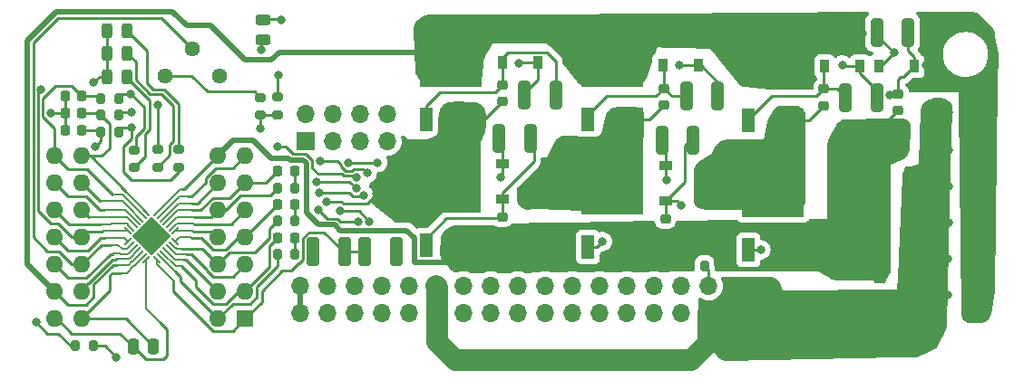
<source format=gbr>
%TF.GenerationSoftware,KiCad,Pcbnew,6.0.11*%
%TF.CreationDate,2025-01-17T14:03:21+01:00*%
%TF.ProjectId,MP6532_board_28-QFN,4d503635-3332-45f6-926f-6172645f3238,rev?*%
%TF.SameCoordinates,Original*%
%TF.FileFunction,Copper,L1,Top*%
%TF.FilePolarity,Positive*%
%FSLAX46Y46*%
G04 Gerber Fmt 4.6, Leading zero omitted, Abs format (unit mm)*
G04 Created by KiCad (PCBNEW 6.0.11) date 2025-01-17 14:03:21*
%MOMM*%
%LPD*%
G01*
G04 APERTURE LIST*
G04 Aperture macros list*
%AMRoundRect*
0 Rectangle with rounded corners*
0 $1 Rounding radius*
0 $2 $3 $4 $5 $6 $7 $8 $9 X,Y pos of 4 corners*
0 Add a 4 corners polygon primitive as box body*
4,1,4,$2,$3,$4,$5,$6,$7,$8,$9,$2,$3,0*
0 Add four circle primitives for the rounded corners*
1,1,$1+$1,$2,$3*
1,1,$1+$1,$4,$5*
1,1,$1+$1,$6,$7*
1,1,$1+$1,$8,$9*
0 Add four rect primitives between the rounded corners*
20,1,$1+$1,$2,$3,$4,$5,0*
20,1,$1+$1,$4,$5,$6,$7,0*
20,1,$1+$1,$6,$7,$8,$9,0*
20,1,$1+$1,$8,$9,$2,$3,0*%
%AMRotRect*
0 Rectangle, with rotation*
0 The origin of the aperture is its center*
0 $1 length*
0 $2 width*
0 $3 Rotation angle, in degrees counterclockwise*
0 Add horizontal line*
21,1,$1,$2,0,0,$3*%
G04 Aperture macros list end*
%TA.AperFunction,SMDPad,CuDef*%
%ADD10RoundRect,0.250000X0.312500X0.625000X-0.312500X0.625000X-0.312500X-0.625000X0.312500X-0.625000X0*%
%TD*%
%TA.AperFunction,SMDPad,CuDef*%
%ADD11RoundRect,0.200000X0.200000X0.275000X-0.200000X0.275000X-0.200000X-0.275000X0.200000X-0.275000X0*%
%TD*%
%TA.AperFunction,ComponentPad*%
%ADD12R,1.600000X1.600000*%
%TD*%
%TA.AperFunction,ComponentPad*%
%ADD13O,1.600000X1.600000*%
%TD*%
%TA.AperFunction,SMDPad,CuDef*%
%ADD14RoundRect,0.200000X0.275000X-0.200000X0.275000X0.200000X-0.275000X0.200000X-0.275000X-0.200000X0*%
%TD*%
%TA.AperFunction,SMDPad,CuDef*%
%ADD15RoundRect,0.200000X-0.275000X0.200000X-0.275000X-0.200000X0.275000X-0.200000X0.275000X0.200000X0*%
%TD*%
%TA.AperFunction,SMDPad,CuDef*%
%ADD16RoundRect,0.243750X-0.243750X-0.456250X0.243750X-0.456250X0.243750X0.456250X-0.243750X0.456250X0*%
%TD*%
%TA.AperFunction,SMDPad,CuDef*%
%ADD17R,1.200000X2.200000*%
%TD*%
%TA.AperFunction,SMDPad,CuDef*%
%ADD18R,5.800000X6.400000*%
%TD*%
%TA.AperFunction,ComponentPad*%
%ADD19C,2.400000*%
%TD*%
%TA.AperFunction,SMDPad,CuDef*%
%ADD20R,1.200000X0.900000*%
%TD*%
%TA.AperFunction,SMDPad,CuDef*%
%ADD21RoundRect,0.225000X0.225000X0.250000X-0.225000X0.250000X-0.225000X-0.250000X0.225000X-0.250000X0*%
%TD*%
%TA.AperFunction,SMDPad,CuDef*%
%ADD22RoundRect,0.250000X-0.250000X-0.475000X0.250000X-0.475000X0.250000X0.475000X-0.250000X0.475000X0*%
%TD*%
%TA.AperFunction,SMDPad,CuDef*%
%ADD23RoundRect,0.250000X-0.312500X-1.075000X0.312500X-1.075000X0.312500X1.075000X-0.312500X1.075000X0*%
%TD*%
%TA.AperFunction,SMDPad,CuDef*%
%ADD24RoundRect,0.225000X0.250000X-0.225000X0.250000X0.225000X-0.250000X0.225000X-0.250000X-0.225000X0*%
%TD*%
%TA.AperFunction,SMDPad,CuDef*%
%ADD25R,0.900000X1.200000*%
%TD*%
%TA.AperFunction,SMDPad,CuDef*%
%ADD26RoundRect,0.250000X0.325000X1.100000X-0.325000X1.100000X-0.325000X-1.100000X0.325000X-1.100000X0*%
%TD*%
%TA.AperFunction,SMDPad,CuDef*%
%ADD27RoundRect,0.250000X-0.325000X-1.100000X0.325000X-1.100000X0.325000X1.100000X-0.325000X1.100000X0*%
%TD*%
%TA.AperFunction,SMDPad,CuDef*%
%ADD28RoundRect,0.225000X-0.225000X-0.250000X0.225000X-0.250000X0.225000X0.250000X-0.225000X0.250000X0*%
%TD*%
%TA.AperFunction,ComponentPad*%
%ADD29C,1.440000*%
%TD*%
%TA.AperFunction,SMDPad,CuDef*%
%ADD30RoundRect,0.243750X0.456250X-0.243750X0.456250X0.243750X-0.456250X0.243750X-0.456250X-0.243750X0*%
%TD*%
%TA.AperFunction,SMDPad,CuDef*%
%ADD31RoundRect,0.250000X0.312500X1.075000X-0.312500X1.075000X-0.312500X-1.075000X0.312500X-1.075000X0*%
%TD*%
%TA.AperFunction,SMDPad,CuDef*%
%ADD32RoundRect,0.050000X0.309359X-0.238649X-0.238649X0.309359X-0.309359X0.238649X0.238649X-0.309359X0*%
%TD*%
%TA.AperFunction,SMDPad,CuDef*%
%ADD33RoundRect,0.050000X0.309359X0.238649X0.238649X0.309359X-0.309359X-0.238649X-0.238649X-0.309359X0*%
%TD*%
%TA.AperFunction,ComponentPad*%
%ADD34C,0.500000*%
%TD*%
%TA.AperFunction,SMDPad,CuDef*%
%ADD35RotRect,2.600000X2.600000X135.000000*%
%TD*%
%TA.AperFunction,ComponentPad*%
%ADD36R,1.700000X1.700000*%
%TD*%
%TA.AperFunction,ComponentPad*%
%ADD37O,1.700000X1.700000*%
%TD*%
%TA.AperFunction,ViaPad*%
%ADD38C,0.800000*%
%TD*%
%TA.AperFunction,Conductor*%
%ADD39C,0.250000*%
%TD*%
%TA.AperFunction,Conductor*%
%ADD40C,0.200000*%
%TD*%
%TA.AperFunction,Conductor*%
%ADD41C,0.500000*%
%TD*%
%TA.AperFunction,Conductor*%
%ADD42C,2.000000*%
%TD*%
G04 APERTURE END LIST*
D10*
%TO.P,R24,1*%
%TO.N,GND*%
X120062500Y-57700000D03*
%TO.P,R24,2*%
%TO.N,LSS*%
X117137500Y-57700000D03*
%TD*%
%TO.P,R23,1*%
%TO.N,GND*%
X120062500Y-60000000D03*
%TO.P,R23,2*%
%TO.N,LSS*%
X117137500Y-60000000D03*
%TD*%
%TO.P,R22,1*%
%TO.N,GND*%
X120062500Y-62300000D03*
%TO.P,R22,2*%
%TO.N,LSS*%
X117137500Y-62300000D03*
%TD*%
%TO.P,R21,1*%
%TO.N,GND*%
X120062500Y-64600000D03*
%TO.P,R21,2*%
%TO.N,LSS*%
X117137500Y-64600000D03*
%TD*%
%TO.P,R20,1*%
%TO.N,GND*%
X120052500Y-66920000D03*
%TO.P,R20,2*%
%TO.N,LSS*%
X117127500Y-66920000D03*
%TD*%
D11*
%TO.P,R19,1*%
%TO.N,LSS*%
X102445000Y-66140000D03*
%TO.P,R19,2*%
%TO.N,Net-(J2-Pad5)*%
X100795000Y-66140000D03*
%TD*%
D12*
%TO.P,U2,1,VREG*%
%TO.N,/VREG*%
X57912000Y-71120000D03*
D13*
%TO.P,U2,2,BSTA*%
%TO.N,/BSTA*%
X55372000Y-71120000D03*
%TO.P,U2,3,SHA*%
%TO.N,HAS*%
X57912000Y-68580000D03*
%TO.P,U2,4,GHA*%
%TO.N,/GHA*%
X55372000Y-68580000D03*
%TO.P,U2,5,GLA*%
%TO.N,/GLA*%
X57912000Y-66040000D03*
%TO.P,U2,6,BSTB*%
%TO.N,/BSTB*%
X55372000Y-66040000D03*
%TO.P,U2,7,SHB*%
%TO.N,HBS*%
X57912000Y-63500000D03*
%TO.P,U2,8,GHB*%
%TO.N,/GHB*%
X55372000Y-63500000D03*
%TO.P,U2,9,GLB*%
%TO.N,/GLB*%
X57912000Y-60960000D03*
%TO.P,U2,10,BSTC*%
%TO.N,/BSTC*%
X55372000Y-60960000D03*
%TO.P,U2,11,SHC*%
%TO.N,HCS*%
X57912000Y-58420000D03*
%TO.P,U2,12,GHC*%
%TO.N,/GHC*%
X55372000Y-58420000D03*
%TO.P,U2,13,GLC*%
%TO.N,/GLC*%
X57912000Y-55880000D03*
%TO.P,U2,14,LSS*%
%TO.N,LSS*%
X55372000Y-55880000D03*
%TO.P,U2,15,HC*%
%TO.N,Net-(C9-Pad1)*%
X42672000Y-55880000D03*
%TO.P,U2,16,HB*%
%TO.N,Net-(C8-Pad1)*%
X40132000Y-55880000D03*
%TO.P,U2,17,HA*%
%TO.N,Net-(C7-Pad1)*%
X42672000Y-58420000D03*
%TO.P,U2,18,nBRAKE*%
%TO.N,/nBRAKE*%
X40132000Y-58420000D03*
%TO.P,U2,19,PWM*%
%TO.N,/PWM*%
X42672000Y-60960000D03*
%TO.P,U2,20,DIR*%
%TO.N,/DIR*%
X40132000Y-60960000D03*
%TO.P,U2,21,nFAULT*%
%TO.N,/nFAULT*%
X42672000Y-63500000D03*
%TO.P,U2,22,nSLEEP*%
%TO.N,/nSLEEP*%
X40132000Y-63500000D03*
%TO.P,U2,23,OCREF*%
%TO.N,/OCREF*%
X42672000Y-66040000D03*
%TO.P,U2,24,DT*%
%TO.N,/DT*%
X40132000Y-66040000D03*
%TO.P,U2,25,GND*%
%TO.N,GND*%
X42672000Y-68580000D03*
%TO.P,U2,26,VIN*%
%TO.N,VIN*%
X40132000Y-68580000D03*
%TO.P,U2,27,CPA*%
%TO.N,/CPA*%
X42672000Y-71120000D03*
%TO.P,U2,28,CPB*%
%TO.N,/CPB*%
X40132000Y-71120000D03*
%TD*%
D14*
%TO.P,R13,1*%
%TO.N,Net-(D10-Pad2)*%
X49740000Y-56935000D03*
%TO.P,R13,2*%
%TO.N,/HC*%
X49740000Y-55285000D03*
%TD*%
%TO.P,R12,1*%
%TO.N,Net-(D9-Pad2)*%
X47550000Y-56965000D03*
%TO.P,R12,2*%
%TO.N,/HB*%
X47550000Y-55315000D03*
%TD*%
D15*
%TO.P,R11,1*%
%TO.N,Net-(D8-Pad2)*%
X51680000Y-55285000D03*
%TO.P,R11,2*%
%TO.N,/HA*%
X51680000Y-56935000D03*
%TD*%
D16*
%TO.P,D10,2,A*%
%TO.N,Net-(D10-Pad2)*%
X46927500Y-46280000D03*
%TO.P,D10,1,K*%
%TO.N,GND*%
X45052500Y-46280000D03*
%TD*%
%TO.P,D9,1,K*%
%TO.N,GND*%
X45022500Y-48450000D03*
%TO.P,D9,2,A*%
%TO.N,Net-(D9-Pad2)*%
X46897500Y-48450000D03*
%TD*%
%TO.P,D8,1,K*%
%TO.N,GND*%
X45052500Y-44140000D03*
%TO.P,D8,2,A*%
%TO.N,Net-(D8-Pad2)*%
X46927500Y-44140000D03*
%TD*%
D17*
%TO.P,Q5,1,G*%
%TO.N,Net-(C5-Pad2)*%
X104908000Y-52528000D03*
D18*
%TO.P,Q5,2,D*%
%TO.N,VIN*%
X107188000Y-46228000D03*
D17*
%TO.P,Q5,3,S*%
%TO.N,HCS*%
X109468000Y-52528000D03*
%TD*%
D19*
%TO.P,H2,1,1*%
%TO.N,LSS*%
X117860000Y-54560000D03*
%TD*%
D17*
%TO.P,Q1,1,G*%
%TO.N,Net-(C1-Pad2)*%
X74809000Y-52460000D03*
D18*
%TO.P,Q1,2,D*%
%TO.N,VIN*%
X77089000Y-46160000D03*
D17*
%TO.P,Q1,3,S*%
%TO.N,HAS*%
X79369000Y-52460000D03*
%TD*%
D20*
%TO.P,D2,1,K*%
%TO.N,/GLA*%
X81915000Y-56630000D03*
%TO.P,D2,2,A*%
%TO.N,Net-(C2-Pad2)*%
X81915000Y-59930000D03*
%TD*%
D21*
%TO.P,C8,1*%
%TO.N,Net-(C8-Pad1)*%
X42680000Y-50300000D03*
%TO.P,C8,2*%
%TO.N,GND*%
X41130000Y-50300000D03*
%TD*%
D22*
%TO.P,C15,2*%
%TO.N,/CPA*%
X49350000Y-73700000D03*
%TO.P,C15,1*%
%TO.N,/CPB*%
X47450000Y-73700000D03*
%TD*%
D23*
%TO.P,R6,1*%
%TO.N,/GLC*%
X116901500Y-44323000D03*
%TO.P,R6,2*%
%TO.N,Net-(C6-Pad2)*%
X119826500Y-44323000D03*
%TD*%
D17*
%TO.P,Q6,1,G*%
%TO.N,Net-(C6-Pad2)*%
X104908000Y-64678000D03*
D18*
%TO.P,Q6,2,D*%
%TO.N,HCS*%
X107188000Y-58378000D03*
D17*
%TO.P,Q6,3,S*%
%TO.N,LSS*%
X109468000Y-64678000D03*
%TD*%
D23*
%TO.P,R4,1*%
%TO.N,/GLB*%
X96827500Y-54420000D03*
%TO.P,R4,2*%
%TO.N,Net-(C4-Pad2)*%
X99752500Y-54420000D03*
%TD*%
D24*
%TO.P,C3,1*%
%TO.N,HBS*%
X97022000Y-51111000D03*
%TO.P,C3,2*%
%TO.N,Net-(C3-Pad2)*%
X97022000Y-49561000D03*
%TD*%
D25*
%TO.P,D1,1,K*%
%TO.N,/GHA*%
X85216000Y-47117000D03*
%TO.P,D1,2,A*%
%TO.N,Net-(C1-Pad2)*%
X81916000Y-47117000D03*
%TD*%
D24*
%TO.P,C6,1*%
%TO.N,LSS*%
X118870000Y-51625000D03*
%TO.P,C6,2*%
%TO.N,Net-(C6-Pad2)*%
X118870000Y-50075000D03*
%TD*%
D11*
%TO.P,R9,1*%
%TO.N,/HB*%
X46095000Y-50490000D03*
%TO.P,R9,2*%
%TO.N,Net-(C8-Pad1)*%
X44445000Y-50490000D03*
%TD*%
D23*
%TO.P,R2,1*%
%TO.N,/GLA*%
X81617500Y-54220000D03*
%TO.P,R2,2*%
%TO.N,Net-(C2-Pad2)*%
X84542500Y-54220000D03*
%TD*%
D11*
%TO.P,R16,1*%
%TO.N,Net-(C17-Pad2)*%
X62575000Y-65120000D03*
%TO.P,R16,2*%
%TO.N,/BSTA*%
X60925000Y-65120000D03*
%TD*%
D26*
%TO.P,C21,1*%
%TO.N,VIN*%
X125515000Y-51820000D03*
%TO.P,C21,2*%
%TO.N,GND*%
X122565000Y-51820000D03*
%TD*%
D11*
%TO.P,R8,1*%
%TO.N,/HA*%
X46095000Y-53660000D03*
%TO.P,R8,2*%
%TO.N,Net-(C7-Pad1)*%
X44445000Y-53660000D03*
%TD*%
D27*
%TO.P,Cb16,1*%
%TO.N,/VREG*%
X69065000Y-64860000D03*
%TO.P,Cb16,2*%
%TO.N,GND*%
X72015000Y-64860000D03*
%TD*%
D28*
%TO.P,C17,1*%
%TO.N,HAS*%
X60975000Y-63550000D03*
%TO.P,C17,2*%
%TO.N,Net-(C17-Pad2)*%
X62525000Y-63550000D03*
%TD*%
D15*
%TO.P,R14,1*%
%TO.N,Net-(D7-Pad2)*%
X60950000Y-50375000D03*
%TO.P,R14,2*%
%TO.N,5V*%
X60950000Y-52025000D03*
%TD*%
D17*
%TO.P,Q3,1,G*%
%TO.N,Net-(C3-Pad2)*%
X89923000Y-52504000D03*
D18*
%TO.P,Q3,2,D*%
%TO.N,VIN*%
X92203000Y-46204000D03*
D17*
%TO.P,Q3,3,S*%
%TO.N,HBS*%
X94483000Y-52504000D03*
%TD*%
D29*
%TO.P,RV1,1,1*%
%TO.N,GND*%
X55499000Y-48387000D03*
%TO.P,RV1,2,2*%
%TO.N,/OCREF*%
X52959000Y-45847000D03*
%TO.P,RV1,3,3*%
%TO.N,Net-(R7-Pad1)*%
X50419000Y-48387000D03*
%TD*%
D30*
%TO.P,D7,1,K*%
%TO.N,/nFAULT*%
X59590000Y-44997500D03*
%TO.P,D7,2,A*%
%TO.N,Net-(D7-Pad2)*%
X59590000Y-43122500D03*
%TD*%
D15*
%TO.P,R7,1*%
%TO.N,Net-(R7-Pad1)*%
X59370000Y-50405000D03*
%TO.P,R7,2*%
%TO.N,5V*%
X59370000Y-52055000D03*
%TD*%
D26*
%TO.P,C22,1*%
%TO.N,VIN*%
X125515000Y-55300000D03*
%TO.P,C22,2*%
%TO.N,GND*%
X122565000Y-55300000D03*
%TD*%
D31*
%TO.P,R5,1*%
%TO.N,/GHC*%
X116905500Y-50419000D03*
%TO.P,R5,2*%
%TO.N,Net-(C5-Pad2)*%
X113980500Y-50419000D03*
%TD*%
D26*
%TO.P,C23,1*%
%TO.N,VIN*%
X125515000Y-58710000D03*
%TO.P,C23,2*%
%TO.N,GND*%
X122565000Y-58710000D03*
%TD*%
D28*
%TO.P,C19,1*%
%TO.N,HCS*%
X60975000Y-57329000D03*
%TO.P,C19,2*%
%TO.N,Net-(C19-Pad2)*%
X62525000Y-57329000D03*
%TD*%
D32*
%TO.P,U1,1,VREG*%
%TO.N,/VREG*%
X49721491Y-65618548D03*
%TO.P,U1,2,BSTA*%
%TO.N,/BSTA*%
X50004334Y-65335705D03*
%TO.P,U1,3,SHA*%
%TO.N,HAS*%
X50287177Y-65052862D03*
%TO.P,U1,4,GHA*%
%TO.N,/GHA*%
X50570019Y-64770019D03*
%TO.P,U1,5,GLA*%
%TO.N,/GLA*%
X50852862Y-64487177D03*
%TO.P,U1,6,BSTB*%
%TO.N,/BSTB*%
X51135705Y-64204334D03*
%TO.P,U1,7,SHB*%
%TO.N,HBS*%
X51418548Y-63921491D03*
D33*
%TO.P,U1,8,GHB*%
%TO.N,/GHB*%
X51418548Y-62878509D03*
%TO.P,U1,9,GLB*%
%TO.N,/GLB*%
X51135705Y-62595666D03*
%TO.P,U1,10,BSTC*%
%TO.N,/BSTC*%
X50852862Y-62312823D03*
%TO.P,U1,11,SHC*%
%TO.N,HCS*%
X50570019Y-62029981D03*
%TO.P,U1,12,GHC*%
%TO.N,/GHC*%
X50287177Y-61747138D03*
%TO.P,U1,13,GLC*%
%TO.N,/GLC*%
X50004334Y-61464295D03*
%TO.P,U1,14,LSS*%
%TO.N,LSS*%
X49721491Y-61181452D03*
D32*
%TO.P,U1,15,HC*%
%TO.N,Net-(C9-Pad1)*%
X48678509Y-61181452D03*
%TO.P,U1,16,HB*%
%TO.N,Net-(C8-Pad1)*%
X48395666Y-61464295D03*
%TO.P,U1,17,HA*%
%TO.N,Net-(C7-Pad1)*%
X48112823Y-61747138D03*
%TO.P,U1,18,nBRAKE*%
%TO.N,/nBRAKE*%
X47829981Y-62029981D03*
%TO.P,U1,19,PWM*%
%TO.N,/PWM*%
X47547138Y-62312823D03*
%TO.P,U1,20,DIR*%
%TO.N,/DIR*%
X47264295Y-62595666D03*
%TO.P,U1,21,nFAULT*%
%TO.N,/nFAULT*%
X46981452Y-62878509D03*
D33*
%TO.P,U1,22,nSLEEP*%
%TO.N,/nSLEEP*%
X46981452Y-63921491D03*
%TO.P,U1,23,OCREF*%
%TO.N,/OCREF*%
X47264295Y-64204334D03*
%TO.P,U1,24,DT*%
%TO.N,/DT*%
X47547138Y-64487177D03*
%TO.P,U1,25,GND*%
%TO.N,GND*%
X47829981Y-64770019D03*
%TO.P,U1,26,VIN*%
%TO.N,VIN*%
X48112823Y-65052862D03*
%TO.P,U1,27,CPA*%
%TO.N,/CPA*%
X48395666Y-65335705D03*
%TO.P,U1,28,CPB*%
%TO.N,/CPB*%
X48678509Y-65618548D03*
D34*
%TO.P,U1,29,TPAD*%
%TO.N,GND*%
X49942462Y-62657538D03*
D35*
X49200000Y-63400000D03*
D34*
X49200000Y-63400000D03*
X49942462Y-64142462D03*
X50684924Y-63400000D03*
X48457538Y-62657538D03*
X49200000Y-64884924D03*
X49200000Y-61915076D03*
X48457538Y-64142462D03*
X47715076Y-63400000D03*
%TD*%
D26*
%TO.P,Cb21,1*%
%TO.N,VIN*%
X125515000Y-62100000D03*
%TO.P,Cb21,2*%
%TO.N,GND*%
X122565000Y-62100000D03*
%TD*%
D17*
%TO.P,Q4,1,G*%
%TO.N,Net-(C4-Pad2)*%
X89923000Y-64407000D03*
D18*
%TO.P,Q4,2,D*%
%TO.N,HBS*%
X92203000Y-58107000D03*
D17*
%TO.P,Q4,3,S*%
%TO.N,LSS*%
X94483000Y-64407000D03*
%TD*%
D23*
%TO.P,R1,1*%
%TO.N,/GHA*%
X84008500Y-50165000D03*
%TO.P,R1,2*%
%TO.N,Net-(C1-Pad2)*%
X86933500Y-50165000D03*
%TD*%
D28*
%TO.P,C18,1*%
%TO.N,HBS*%
X60975000Y-60430000D03*
%TO.P,C18,2*%
%TO.N,Net-(C18-Pad2)*%
X62525000Y-60430000D03*
%TD*%
D19*
%TO.P,H5,1,1*%
%TO.N,GND*%
X113538000Y-71125000D03*
%TD*%
D11*
%TO.P,R17,1*%
%TO.N,Net-(C18-Pad2)*%
X62575000Y-61980000D03*
%TO.P,R17,2*%
%TO.N,/BSTB*%
X60925000Y-61980000D03*
%TD*%
D36*
%TO.P,J1,1,Pin_1*%
%TO.N,/HA*%
X63560000Y-54500000D03*
D37*
%TO.P,J1,2,Pin_2*%
%TO.N,HAIN*%
X63560000Y-51960000D03*
%TO.P,J1,3,Pin_3*%
%TO.N,HBIN*%
X66100000Y-54500000D03*
%TO.P,J1,4,Pin_4*%
%TO.N,/HB*%
X66100000Y-51960000D03*
%TO.P,J1,5,Pin_5*%
%TO.N,/HC*%
X68640000Y-54500000D03*
%TO.P,J1,6,Pin_6*%
%TO.N,HCIN*%
X68640000Y-51960000D03*
%TO.P,J1,7,Pin_7*%
%TO.N,HAIN*%
X71180000Y-54500000D03*
%TO.P,J1,8,Pin_8*%
%TO.N,/HA*%
X71180000Y-51960000D03*
%TD*%
D11*
%TO.P,R10,1*%
%TO.N,/HC*%
X46095000Y-52070000D03*
%TO.P,R10,2*%
%TO.N,Net-(C9-Pad1)*%
X44445000Y-52070000D03*
%TD*%
D24*
%TO.P,C1,1*%
%TO.N,HAS*%
X81915000Y-50813000D03*
%TO.P,C1,2*%
%TO.N,Net-(C1-Pad2)*%
X81915000Y-49263000D03*
%TD*%
D25*
%TO.P,D5,1,K*%
%TO.N,/GHC*%
X115315000Y-47498000D03*
%TO.P,D5,2,A*%
%TO.N,Net-(C5-Pad2)*%
X112015000Y-47498000D03*
%TD*%
D26*
%TO.P,Cb23,1*%
%TO.N,VIN*%
X125465000Y-68910000D03*
%TO.P,Cb23,2*%
%TO.N,GND*%
X122515000Y-68910000D03*
%TD*%
D20*
%TO.P,D4,1,K*%
%TO.N,/GLB*%
X97149000Y-56814000D03*
%TO.P,D4,2,A*%
%TO.N,Net-(C4-Pad2)*%
X97149000Y-60114000D03*
%TD*%
D21*
%TO.P,C9,1*%
%TO.N,Net-(C9-Pad1)*%
X42695000Y-51900000D03*
%TO.P,C9,2*%
%TO.N,GND*%
X41145000Y-51900000D03*
%TD*%
D26*
%TO.P,C16,1*%
%TO.N,/VREG*%
X67235000Y-64860000D03*
%TO.P,C16,2*%
%TO.N,GND*%
X64285000Y-64860000D03*
%TD*%
D25*
%TO.P,D3,1,K*%
%TO.N,/GHB*%
X100202000Y-47371000D03*
%TO.P,D3,2,A*%
%TO.N,Net-(C3-Pad2)*%
X96902000Y-47371000D03*
%TD*%
D26*
%TO.P,Cb22,1*%
%TO.N,VIN*%
X125515000Y-65490000D03*
%TO.P,Cb22,2*%
%TO.N,GND*%
X122565000Y-65490000D03*
%TD*%
D25*
%TO.P,D6,1,K*%
%TO.N,/GLC*%
X117095000Y-47498000D03*
%TO.P,D6,2,A*%
%TO.N,Net-(C6-Pad2)*%
X120395000Y-47498000D03*
%TD*%
D19*
%TO.P,H1,1,1*%
%TO.N,LSS*%
X113970000Y-54570000D03*
%TD*%
D17*
%TO.P,Q2,1,G*%
%TO.N,Net-(C2-Pad2)*%
X74795000Y-64255000D03*
D18*
%TO.P,Q2,2,D*%
%TO.N,HAS*%
X77075000Y-57955000D03*
D17*
%TO.P,Q2,3,S*%
%TO.N,LSS*%
X79355000Y-64255000D03*
%TD*%
D36*
%TO.P,J2,1,Pin_1*%
%TO.N,GND*%
X106235000Y-68030000D03*
D37*
%TO.P,J2,2,Pin_2*%
X106235000Y-70570000D03*
%TO.P,J2,3,Pin_3*%
X103695000Y-68030000D03*
%TO.P,J2,4,Pin_4*%
X103695000Y-70570000D03*
%TO.P,J2,5,Pin_5*%
%TO.N,Net-(J2-Pad5)*%
X101155000Y-68030000D03*
%TO.P,J2,6,Pin_6*%
%TO.N,GND*%
X101155000Y-70570000D03*
%TO.P,J2,7,Pin_7*%
%TO.N,HCS*%
X98615000Y-68030000D03*
%TO.P,J2,8,Pin_8*%
X98615000Y-70570000D03*
%TO.P,J2,9,Pin_9*%
X96075000Y-68030000D03*
%TO.P,J2,10,Pin_10*%
X96075000Y-70570000D03*
%TO.P,J2,11,Pin_11*%
%TO.N,HBS*%
X93535000Y-68030000D03*
%TO.P,J2,12,Pin_12*%
X93535000Y-70570000D03*
%TO.P,J2,13,Pin_13*%
X90995000Y-68030000D03*
%TO.P,J2,14,Pin_14*%
X90995000Y-70570000D03*
%TO.P,J2,15,Pin_15*%
%TO.N,VIN*%
X88455000Y-68030000D03*
%TO.P,J2,16,Pin_16*%
X88455000Y-70570000D03*
%TO.P,J2,17,Pin_17*%
X85915000Y-68030000D03*
%TO.P,J2,18,Pin_18*%
X85915000Y-70570000D03*
%TO.P,J2,19,Pin_19*%
X83375000Y-68030000D03*
%TO.P,J2,20,Pin_20*%
X83375000Y-70570000D03*
%TO.P,J2,21,Pin_21*%
%TO.N,HAS*%
X80835000Y-68030000D03*
%TO.P,J2,22,Pin_22*%
X80835000Y-70570000D03*
%TO.P,J2,23,Pin_23*%
X78295000Y-68030000D03*
%TO.P,J2,24,Pin_24*%
X78295000Y-70570000D03*
%TO.P,J2,25,Pin_25*%
%TO.N,GND*%
X75755000Y-68030000D03*
%TO.P,J2,26,Pin_26*%
X75755000Y-70570000D03*
%TO.P,J2,27,Pin_27*%
%TO.N,HCIN*%
X73215000Y-68030000D03*
%TO.P,J2,28,Pin_28*%
%TO.N,/nSLEEP*%
X73215000Y-70570000D03*
%TO.P,J2,29,Pin_29*%
%TO.N,HBIN*%
X70675000Y-68030000D03*
%TO.P,J2,30,Pin_30*%
%TO.N,/nFAULT*%
X70675000Y-70570000D03*
%TO.P,J2,31,Pin_31*%
%TO.N,HAIN*%
X68135000Y-68030000D03*
%TO.P,J2,32,Pin_32*%
%TO.N,/PWM*%
X68135000Y-70570000D03*
%TO.P,J2,33,Pin_33*%
%TO.N,/nBRAKE*%
X65595000Y-68030000D03*
%TO.P,J2,34,Pin_34*%
%TO.N,/DIR*%
X65595000Y-70570000D03*
%TO.P,J2,35,Pin_35*%
%TO.N,5V*%
X63055000Y-68030000D03*
%TO.P,J2,36,Pin_36*%
X63055000Y-70570000D03*
%TD*%
D19*
%TO.P,H6,1,1*%
%TO.N,GND*%
X117478000Y-71125000D03*
%TD*%
D31*
%TO.P,R3,1*%
%TO.N,/GHB*%
X102046500Y-50292000D03*
%TO.P,R3,2*%
%TO.N,Net-(C3-Pad2)*%
X99121500Y-50292000D03*
%TD*%
D24*
%TO.P,C4,1*%
%TO.N,LSS*%
X97149000Y-63303000D03*
%TO.P,C4,2*%
%TO.N,Net-(C4-Pad2)*%
X97149000Y-61753000D03*
%TD*%
D11*
%TO.P,R15,1*%
%TO.N,GND*%
X43725000Y-73630000D03*
%TO.P,R15,2*%
%TO.N,/DT*%
X42075000Y-73630000D03*
%TD*%
D24*
%TO.P,C2,1*%
%TO.N,LSS*%
X81915000Y-63119000D03*
%TO.P,C2,2*%
%TO.N,Net-(C2-Pad2)*%
X81915000Y-61569000D03*
%TD*%
%TO.P,C5,1*%
%TO.N,HCS*%
X111957000Y-51161000D03*
%TO.P,C5,2*%
%TO.N,Net-(C5-Pad2)*%
X111957000Y-49611000D03*
%TD*%
D11*
%TO.P,R18,1*%
%TO.N,Net-(C19-Pad2)*%
X62575000Y-58890000D03*
%TO.P,R18,2*%
%TO.N,/BSTC*%
X60925000Y-58890000D03*
%TD*%
D21*
%TO.P,C7,1*%
%TO.N,Net-(C7-Pad1)*%
X42655000Y-53510000D03*
%TO.P,C7,2*%
%TO.N,GND*%
X41105000Y-53510000D03*
%TD*%
D38*
%TO.N,LSS*%
X115500000Y-65700000D03*
X115600000Y-64500000D03*
%TO.N,GND*%
X43770000Y-49000000D03*
%TO.N,/HC*%
X49780000Y-51140000D03*
%TO.N,HAS*%
X77547989Y-52147989D03*
X72710000Y-61410000D03*
X71460000Y-58980000D03*
X75008680Y-55958680D03*
X77470000Y-57150000D03*
X76200000Y-59690000D03*
X65533884Y-60203063D03*
X74930000Y-59690000D03*
X78740000Y-58420000D03*
X74930000Y-58420000D03*
X77470000Y-59690000D03*
X76200000Y-57150000D03*
X78740000Y-59690000D03*
X70178176Y-59382112D03*
X78740000Y-57150000D03*
X77470000Y-58420000D03*
X77470000Y-55880000D03*
X76200000Y-55880000D03*
X72690000Y-58340000D03*
X74340000Y-62110000D03*
X77470000Y-53340000D03*
X71190000Y-60430000D03*
X72390000Y-59690000D03*
X76200000Y-58420000D03*
X78740000Y-55880000D03*
X74930000Y-57150000D03*
%TO.N,GND*%
X121390000Y-62090000D03*
X121440000Y-55290000D03*
X72070000Y-65040000D03*
X121420000Y-65510000D03*
X39780000Y-51830000D03*
X121330000Y-68900000D03*
X64285000Y-64860002D03*
X121470000Y-58700000D03*
X123530000Y-68900000D03*
X45900000Y-74700000D03*
X123590000Y-51820000D03*
X123530000Y-65480000D03*
X123570000Y-58700000D03*
X123620000Y-62150000D03*
X123610000Y-55320000D03*
X121470000Y-51750000D03*
%TO.N,LSS*%
X115600000Y-60000000D03*
X109460000Y-65260000D03*
X94550000Y-63960000D03*
X115500000Y-57200000D03*
X79355000Y-64755000D03*
X113660000Y-66080000D03*
X114500000Y-61100000D03*
X114400000Y-63400000D03*
X113300000Y-57000000D03*
X94580000Y-64980000D03*
X114500000Y-58700000D03*
X115600000Y-62300000D03*
X79370000Y-63660000D03*
X112180000Y-66120000D03*
X109460000Y-64240000D03*
%TO.N,VIN*%
X97790000Y-44450000D03*
X92710000Y-48260000D03*
X109220000Y-48260000D03*
X106680000Y-44450000D03*
X126850000Y-63080000D03*
X120200000Y-49200000D03*
X91440000Y-45720000D03*
X76200000Y-46990000D03*
X91440000Y-48260000D03*
X93980000Y-44450000D03*
X77470000Y-48260000D03*
X93980000Y-48260000D03*
X114300000Y-44450000D03*
X78740000Y-44450000D03*
X90170000Y-45720000D03*
X126850000Y-54690000D03*
X107950000Y-45720000D03*
X126850000Y-66520000D03*
X93980000Y-45720000D03*
X106680000Y-45720000D03*
X122030000Y-44160000D03*
X123680000Y-49530000D03*
X126380000Y-49720000D03*
X90170000Y-48260000D03*
X122570000Y-49200000D03*
X86360000Y-44450000D03*
X121460000Y-45810000D03*
X90170000Y-46990000D03*
X121390000Y-49200000D03*
X74930000Y-44450000D03*
X74930000Y-45720000D03*
X78740000Y-45720000D03*
X82550000Y-44450000D03*
X107950000Y-44450000D03*
X111760000Y-44450000D03*
X126820000Y-59580000D03*
X91440000Y-46990000D03*
X74930000Y-48260000D03*
X76200000Y-48260000D03*
X109220000Y-46990000D03*
X74930000Y-46990000D03*
X113030000Y-44450000D03*
X125030000Y-49770000D03*
X105410000Y-44450000D03*
X93980000Y-46990000D03*
X101600000Y-44450000D03*
X78740000Y-46990000D03*
X77470000Y-46990000D03*
X126820000Y-55990000D03*
X126850000Y-69730000D03*
X126790000Y-58010000D03*
X126790000Y-52840000D03*
X126790000Y-61490000D03*
X99060000Y-44450000D03*
X91440000Y-44450000D03*
X83820000Y-44450000D03*
X85090000Y-44450000D03*
X121480000Y-47350000D03*
X105410000Y-48260000D03*
X92710000Y-44450000D03*
X105410000Y-46990000D03*
X92710000Y-46990000D03*
X78740000Y-48260000D03*
X100330000Y-44450000D03*
X106680000Y-48260000D03*
X126850000Y-51530000D03*
X109220000Y-44450000D03*
X77470000Y-45720000D03*
X105410000Y-45720000D03*
X126850000Y-68200000D03*
X106680000Y-46990000D03*
X92710000Y-45720000D03*
X109220000Y-45720000D03*
X77470000Y-44450000D03*
X76200000Y-44450000D03*
X90170000Y-44450000D03*
X107950000Y-46990000D03*
X76200000Y-45720000D03*
X115570000Y-44450000D03*
X107950000Y-48260000D03*
X126820000Y-64900000D03*
%TO.N,Net-(C4-Pad2)*%
X91260000Y-63890000D03*
X98620000Y-60490000D03*
%TO.N,HBS*%
X93980000Y-59690000D03*
X91440000Y-59690000D03*
X91440000Y-55880000D03*
X64840000Y-59340000D03*
X92710000Y-59690000D03*
X93980000Y-58420000D03*
X69024174Y-59614559D03*
X92710000Y-58420000D03*
X93980000Y-55880000D03*
X93980000Y-57150000D03*
X91440000Y-58420000D03*
X90170000Y-57150000D03*
X90170000Y-59690000D03*
X92710000Y-55880000D03*
X92710000Y-53984500D03*
X92710000Y-57150000D03*
X92710000Y-52070000D03*
X90170000Y-58420000D03*
X90170000Y-55880000D03*
X91440000Y-57150000D03*
%TO.N,HCS*%
X101600000Y-59690000D03*
X105410000Y-57150000D03*
X106680000Y-57150000D03*
X101600000Y-58420000D03*
X105410000Y-55880000D03*
X109220000Y-58420000D03*
X109220000Y-55880000D03*
X68291799Y-58934388D03*
X107950000Y-53340000D03*
X102870000Y-59690000D03*
X105410000Y-59690000D03*
X107950000Y-57150000D03*
X101600000Y-57150000D03*
X109220000Y-59690000D03*
X109220000Y-57150000D03*
X106680000Y-58420000D03*
X107950000Y-52070000D03*
X107950000Y-55880000D03*
X102870000Y-55880000D03*
X102870000Y-58420000D03*
X106680000Y-59690000D03*
X107950000Y-59690000D03*
X107950000Y-58420000D03*
X106680000Y-55880000D03*
X102870000Y-57150000D03*
X64600000Y-58300000D03*
X105410000Y-58420000D03*
%TO.N,Net-(C6-Pad2)*%
X118067500Y-50150000D03*
X106060000Y-64660000D03*
%TO.N,Net-(D7-Pad2)*%
X61260000Y-43120000D03*
X61025000Y-48315000D03*
%TO.N,/GHA*%
X83439000Y-47244000D03*
%TO.N,/GLA*%
X69520000Y-62010500D03*
X81788000Y-57912000D03*
X66757477Y-61028667D03*
%TO.N,/GHB*%
X98425000Y-47371000D03*
X67573089Y-56554500D03*
X70300000Y-56500000D03*
%TO.N,/GLB*%
X64780000Y-60960000D03*
X68460000Y-62010500D03*
X97282000Y-58166000D03*
%TO.N,/GHC*%
X113665000Y-47371000D03*
X64919001Y-56378586D03*
X69301665Y-57499855D03*
%TO.N,/GLC*%
X68325214Y-57876374D03*
X60970000Y-54980000D03*
X118491000Y-46228000D03*
%TO.N,/HA*%
X47310000Y-53260000D03*
%TO.N,/HB*%
X47260000Y-50080000D03*
%TO.N,/HC*%
X47280000Y-51750000D03*
%TO.N,/nFAULT*%
X59410000Y-45980000D03*
X38867700Y-49677700D03*
%TO.N,/DT*%
X38400000Y-71440000D03*
%TO.N,5V*%
X59370000Y-53310000D03*
%TO.N,Net-(C7-Pad1)*%
X43940000Y-55020000D03*
%TD*%
D39*
%TO.N,/DT*%
X38400000Y-71440000D02*
X39460000Y-72500000D01*
X39460000Y-72500000D02*
X40500000Y-72500000D01*
X40500000Y-72500000D02*
X41630000Y-73630000D01*
X41630000Y-73630000D02*
X42075000Y-73630000D01*
%TO.N,/CPA*%
X46770000Y-71120000D02*
X49350000Y-73700000D01*
X42672000Y-71120000D02*
X46770000Y-71120000D01*
%TO.N,/CPB*%
X40132000Y-71120000D02*
X40342462Y-71120000D01*
X40342462Y-71120000D02*
X41722462Y-72500000D01*
X41722462Y-72500000D02*
X46250000Y-72500000D01*
X46250000Y-72500000D02*
X47450000Y-73700000D01*
%TO.N,GND*%
X43725000Y-73630000D02*
X44830000Y-73630000D01*
X44830000Y-73630000D02*
X45900000Y-74700000D01*
D40*
%TO.N,/CPB*%
X48678509Y-70178509D02*
X49900000Y-71400000D01*
X48678509Y-65618548D02*
X48678509Y-70178509D01*
D39*
X50600000Y-72100000D02*
X49900000Y-71400000D01*
X50600000Y-74600000D02*
X50600000Y-72100000D01*
X50300000Y-74900000D02*
X50600000Y-74600000D01*
X48650000Y-74900000D02*
X50300000Y-74900000D01*
X47450000Y-73700000D02*
X48650000Y-74900000D01*
X47450000Y-73700000D02*
X47450000Y-74110000D01*
%TO.N,/GHC*%
X67873187Y-57279000D02*
X67272991Y-57279000D01*
X68046820Y-57105367D02*
X67873187Y-57279000D01*
%TO.N,/GLC*%
X68325214Y-57876374D02*
X68157341Y-57708501D01*
%TO.N,/GHC*%
X66848589Y-56854598D02*
X66848589Y-56699598D01*
%TO.N,/GLC*%
X68059376Y-57728501D02*
X67086802Y-57728501D01*
%TO.N,/GHC*%
X66527577Y-56378586D02*
X64919001Y-56378586D01*
%TO.N,/GLC*%
X68157341Y-57708501D02*
X68079376Y-57708501D01*
X67086802Y-57728501D02*
X66931802Y-57573501D01*
X66931802Y-57573501D02*
X64761201Y-57573501D01*
%TO.N,/GHC*%
X67272991Y-57279000D02*
X66848589Y-56854598D01*
X69301665Y-57499855D02*
X68907177Y-57105367D01*
%TO.N,/GLC*%
X64761201Y-57573501D02*
X64194501Y-57006801D01*
X64194501Y-56272033D02*
X63597467Y-55675000D01*
X61690000Y-54980000D02*
X60970000Y-54980000D01*
X64194501Y-57006801D02*
X64194501Y-56272033D01*
X62385000Y-55675000D02*
X61690000Y-54980000D01*
%TO.N,/GHB*%
X67627589Y-56500000D02*
X67573089Y-56554500D01*
%TO.N,/GHC*%
X66848589Y-56699598D02*
X66527577Y-56378586D01*
%TO.N,/GLC*%
X63597467Y-55675000D02*
X62385000Y-55675000D01*
X68079376Y-57708501D02*
X68059376Y-57728501D01*
%TO.N,/GHC*%
X68907177Y-57105367D02*
X68046820Y-57105367D01*
%TO.N,/GHB*%
X70300000Y-56500000D02*
X67627589Y-56500000D01*
D41*
%TO.N,VIN*%
X77089000Y-46160000D02*
X61104522Y-46160000D01*
X61104522Y-46160000D02*
X60374522Y-46890000D01*
X60374522Y-46890000D02*
X57900000Y-46890000D01*
X57900000Y-46890000D02*
X54700000Y-43690000D01*
X54700000Y-43690000D02*
X52456630Y-43690000D01*
X52456630Y-43690000D02*
X51116630Y-42350000D01*
X51116630Y-42350000D02*
X40277532Y-42350000D01*
X37566497Y-45061035D02*
X37566497Y-66014497D01*
X40277532Y-42350000D02*
X37566497Y-45061035D01*
X37566497Y-66014497D02*
X40132000Y-68580000D01*
D39*
%TO.N,Net-(J2-Pad5)*%
X101155000Y-68030000D02*
X101155000Y-66500000D01*
X101155000Y-66500000D02*
X100795000Y-66140000D01*
D42*
%TO.N,GND*%
X101155000Y-70570000D02*
X101155000Y-73402081D01*
X101155000Y-73402081D02*
X99557081Y-75000000D01*
X75819000Y-68094000D02*
X75755000Y-68030000D01*
X99557081Y-75000000D02*
X77540000Y-75000000D01*
X77540000Y-75000000D02*
X75819000Y-73279000D01*
X75819000Y-73279000D02*
X75819000Y-68094000D01*
D39*
%TO.N,LSS*%
X118870000Y-51625000D02*
X117860000Y-52635000D01*
X117860000Y-52635000D02*
X117860000Y-54560000D01*
%TO.N,Net-(R7-Pad1)*%
X58835000Y-49870000D02*
X54390000Y-49870000D01*
X54390000Y-49870000D02*
X52907000Y-48387000D01*
X52907000Y-48387000D02*
X50419000Y-48387000D01*
X59370000Y-50405000D02*
X58835000Y-49870000D01*
%TO.N,Net-(D8-Pad2)*%
X51680000Y-55285000D02*
X51680000Y-51004310D01*
X51680000Y-51004310D02*
X50326189Y-49650499D01*
X50326189Y-49650499D02*
X49320499Y-49650499D01*
X49320499Y-49650499D02*
X48760000Y-49090000D01*
X48760000Y-49090000D02*
X48760000Y-46002500D01*
X48760000Y-46002500D02*
X46927500Y-44170000D01*
%TO.N,GND*%
X45022500Y-48450000D02*
X44320000Y-48450000D01*
X44320000Y-48450000D02*
X43770000Y-49000000D01*
X45052500Y-44170000D02*
X45052500Y-48420000D01*
X45052500Y-48420000D02*
X45022500Y-48450000D01*
%TO.N,/HC*%
X49740000Y-55285000D02*
X49740000Y-51360000D01*
X49740000Y-51360000D02*
X49850000Y-51250000D01*
%TO.N,Net-(D10-Pad2)*%
X46927500Y-46280000D02*
X47710000Y-47062500D01*
X47710000Y-47062500D02*
X47710000Y-48760000D01*
X47710000Y-48760000D02*
X49050000Y-50100000D01*
X49050000Y-50100000D02*
X50140000Y-50100000D01*
X50140000Y-50100000D02*
X51210000Y-51170000D01*
X51210000Y-54537538D02*
X50880000Y-54867538D01*
X51210000Y-51170000D02*
X51210000Y-54537538D01*
X50880000Y-54867538D02*
X50880000Y-55795000D01*
X50880000Y-55795000D02*
X49740000Y-56935000D01*
%TO.N,Net-(D9-Pad2)*%
X46897500Y-48583190D02*
X46897500Y-48450000D01*
X48620000Y-53820000D02*
X49040000Y-53400000D01*
X49040000Y-50725690D02*
X46897500Y-48583190D01*
X48620000Y-55895000D02*
X48620000Y-53820000D01*
X47550000Y-56965000D02*
X48620000Y-55895000D01*
X49040000Y-53400000D02*
X49040000Y-50725690D01*
%TO.N,/HB*%
X48490000Y-53314310D02*
X48490000Y-51310000D01*
X48490000Y-51310000D02*
X47260000Y-50080000D01*
X47759501Y-54044809D02*
X48490000Y-53314310D01*
X47759501Y-55105499D02*
X47759501Y-54044809D01*
%TO.N,/HA*%
X47310000Y-54250000D02*
X46580000Y-54980000D01*
%TO.N,/HB*%
X47550000Y-55315000D02*
X47759501Y-55105499D01*
%TO.N,/HA*%
X47310000Y-53260000D02*
X47310000Y-54250000D01*
X46580000Y-54980000D02*
X46580000Y-57410000D01*
X46580000Y-57410000D02*
X47290000Y-58120000D01*
X51680000Y-57390000D02*
X51680000Y-56935000D01*
X47290000Y-58120000D02*
X50950000Y-58120000D01*
X50950000Y-58120000D02*
X51680000Y-57390000D01*
%TO.N,/HB*%
X47260000Y-50080000D02*
X46505000Y-50080000D01*
X46505000Y-50080000D02*
X46095000Y-50490000D01*
%TO.N,Net-(C8-Pad1)*%
X42680000Y-50300000D02*
X44255000Y-50300000D01*
X44255000Y-50300000D02*
X44445000Y-50490000D01*
%TO.N,/HC*%
X47280000Y-51750000D02*
X46415000Y-51750000D01*
X46415000Y-51750000D02*
X46095000Y-52070000D01*
%TO.N,Net-(C9-Pad1)*%
X45250000Y-55190000D02*
X45250000Y-52875000D01*
X45250000Y-52875000D02*
X44445000Y-52070000D01*
X42672000Y-55880000D02*
X44560000Y-55880000D01*
X44560000Y-55880000D02*
X45250000Y-55190000D01*
X44445000Y-52070000D02*
X44275000Y-51900000D01*
X44275000Y-51900000D02*
X42695000Y-51900000D01*
%TO.N,Net-(C7-Pad1)*%
X44445000Y-54515000D02*
X43940000Y-55020000D01*
X44445000Y-53660000D02*
X44445000Y-54515000D01*
%TO.N,/HA*%
X47310000Y-53260000D02*
X46495000Y-53260000D01*
%TO.N,Net-(C7-Pad1)*%
X44295000Y-53510000D02*
X44445000Y-53660000D01*
%TO.N,/HA*%
X46495000Y-53260000D02*
X46095000Y-53660000D01*
%TO.N,Net-(C7-Pad1)*%
X42655000Y-53510000D02*
X44295000Y-53510000D01*
%TO.N,/OCREF*%
X42672000Y-66040000D02*
X41722991Y-66040000D01*
X41722991Y-66040000D02*
X40522991Y-64840000D01*
X40522991Y-64840000D02*
X39480000Y-64840000D01*
X39480000Y-64840000D02*
X38140998Y-63500998D01*
X38140998Y-63500998D02*
X38140998Y-45299002D01*
X38140998Y-45299002D02*
X40450000Y-42990000D01*
X40450000Y-42990000D02*
X50102000Y-42990000D01*
X50102000Y-42990000D02*
X52959000Y-45847000D01*
%TO.N,HAS*%
X68724076Y-60339059D02*
X68689860Y-60304843D01*
X51999000Y-66199000D02*
X53323501Y-67523501D01*
X54906009Y-69705000D02*
X56151310Y-69705000D01*
X81915000Y-50813000D02*
X80268000Y-52460000D01*
X60975000Y-63550000D02*
X60200000Y-64325000D01*
X66956471Y-60203063D02*
X65533884Y-60203063D01*
X57276310Y-68580000D02*
X57912000Y-68580000D01*
X53323501Y-67523501D02*
X53323501Y-68122492D01*
X56151310Y-69705000D02*
X57276310Y-68580000D01*
X53323501Y-68122492D02*
X54906009Y-69705000D01*
X68689860Y-60304843D02*
X67058251Y-60304843D01*
X60200000Y-66292000D02*
X57912000Y-68580000D01*
X69748674Y-59811614D02*
X69748674Y-59914657D01*
X80268000Y-52460000D02*
X79369000Y-52460000D01*
D40*
X51433315Y-66199000D02*
X50287177Y-65052862D01*
D39*
X67058251Y-60304843D02*
X66956471Y-60203063D01*
X70178176Y-59382112D02*
X69748674Y-59811614D01*
X69748674Y-59914657D02*
X69324272Y-60339059D01*
D40*
X51999000Y-66199000D02*
X51433315Y-66199000D01*
D39*
X60200000Y-64325000D02*
X60200000Y-66292000D01*
X69324272Y-60339059D02*
X68724076Y-60339059D01*
%TO.N,Net-(C1-Pad2)*%
X81915000Y-47118000D02*
X81916000Y-47117000D01*
X74809000Y-51175000D02*
X76073000Y-49911000D01*
X86070000Y-46192000D02*
X86933500Y-47055500D01*
X86933500Y-47055500D02*
X86933500Y-50165000D01*
X81915000Y-49263000D02*
X81915000Y-47118000D01*
X81916000Y-46735000D02*
X82459000Y-46192000D01*
X74809000Y-52460000D02*
X74809000Y-51175000D01*
X82459000Y-46192000D02*
X86070000Y-46192000D01*
X76073000Y-49911000D02*
X81267000Y-49911000D01*
X81267000Y-49911000D02*
X81915000Y-49263000D01*
X81916000Y-47117000D02*
X81916000Y-46735000D01*
%TO.N,Net-(C2-Pad2)*%
X81915000Y-59930000D02*
X81915000Y-59309000D01*
X81764000Y-61720000D02*
X81915000Y-61569000D01*
X76710000Y-61720000D02*
X81764000Y-61720000D01*
X74795000Y-63635000D02*
X76710000Y-61720000D01*
X81915000Y-59309000D02*
X84901500Y-56322500D01*
X74795000Y-64255000D02*
X74795000Y-63635000D01*
X81915000Y-61569000D02*
X81915000Y-59930000D01*
X84901500Y-56322500D02*
X84901500Y-53721000D01*
%TO.N,GND*%
X41145000Y-51900000D02*
X39850000Y-51900000D01*
X45871499Y-65549501D02*
X45526189Y-65549501D01*
X45900000Y-65521000D02*
X45871499Y-65549501D01*
X39850000Y-51900000D02*
X39780000Y-51830000D01*
D40*
X47220148Y-65379852D02*
X47829981Y-64770019D01*
X47049040Y-65521000D02*
X47190188Y-65379852D01*
X47190188Y-65379852D02*
X47220148Y-65379852D01*
X45900000Y-65521000D02*
X47049040Y-65521000D01*
D39*
X43250499Y-67769501D02*
X42672000Y-68348000D01*
X42672000Y-68348000D02*
X42672000Y-68580000D01*
X41160000Y-50295000D02*
X41160000Y-53480000D01*
X43306189Y-67769501D02*
X43250499Y-67769501D01*
X45526189Y-65549501D02*
X43306189Y-67769501D01*
D40*
%TO.N,LSS*%
X51999000Y-59021000D02*
X51881943Y-59021000D01*
D41*
X64786998Y-62316998D02*
X63620000Y-61150000D01*
X58650000Y-54430000D02*
X56822000Y-54430000D01*
X63359501Y-56249501D02*
X62147034Y-56249501D01*
X73745000Y-63595000D02*
X73010000Y-62860000D01*
X79355000Y-64255000D02*
X79355000Y-64755000D01*
X60320000Y-56100000D02*
X58650000Y-54430000D01*
X73745000Y-65805000D02*
X73745000Y-63595000D01*
X63620000Y-56510000D02*
X63359501Y-56249501D01*
X62147034Y-56249501D02*
X61997533Y-56100000D01*
X66820000Y-62860000D02*
X66276998Y-62316998D01*
D39*
X52231000Y-59021000D02*
X55372000Y-55880000D01*
D41*
X66276998Y-62316998D02*
X64786998Y-62316998D01*
X78255000Y-65855000D02*
X73795000Y-65855000D01*
X56822000Y-54430000D02*
X55372000Y-55880000D01*
X79355000Y-64755000D02*
X78255000Y-65855000D01*
D39*
X51999000Y-59021000D02*
X52231000Y-59021000D01*
D41*
X73010000Y-62860000D02*
X66820000Y-62860000D01*
X63620000Y-61150000D02*
X63620000Y-56510000D01*
X61997533Y-56100000D02*
X60320000Y-56100000D01*
D40*
X51881943Y-59021000D02*
X49721491Y-61181452D01*
D41*
X73795000Y-65855000D02*
X73745000Y-65805000D01*
D39*
%TO.N,Net-(C17-Pad2)*%
X62590000Y-63349000D02*
X62590000Y-64950000D01*
%TO.N,Net-(C18-Pad2)*%
X62550000Y-60355000D02*
X62550000Y-61970000D01*
%TO.N,Net-(C19-Pad2)*%
X62550000Y-57370000D02*
X62550000Y-58971000D01*
%TO.N,VIN*%
X46000000Y-66100000D02*
X45611380Y-66100000D01*
X43797000Y-67914380D02*
X43797000Y-69073000D01*
X41372000Y-69820000D02*
X40132000Y-68580000D01*
D40*
X47355667Y-65779353D02*
X47386332Y-65779353D01*
X46000000Y-66100000D02*
X47035020Y-66100000D01*
D39*
X43797000Y-69073000D02*
X43050000Y-69820000D01*
D40*
X47386332Y-65779353D02*
X48112823Y-65052862D01*
X47035020Y-66100000D02*
X47355667Y-65779353D01*
D39*
X45611380Y-66100000D02*
X43797000Y-67914380D01*
X43050000Y-69820000D02*
X41372000Y-69820000D01*
%TO.N,Net-(C3-Pad2)*%
X89923000Y-52504000D02*
X89923000Y-52063000D01*
X99121500Y-50292000D02*
X97753000Y-50292000D01*
X91694000Y-50292000D02*
X96291000Y-50292000D01*
X97022000Y-47491000D02*
X96902000Y-47371000D01*
X97753000Y-50292000D02*
X97022000Y-49561000D01*
X96291000Y-50292000D02*
X97022000Y-49561000D01*
X89923000Y-52063000D02*
X91694000Y-50292000D01*
X97022000Y-49561000D02*
X97022000Y-47491000D01*
%TO.N,Net-(C4-Pad2)*%
X97149000Y-61753000D02*
X97149000Y-60114000D01*
X90743000Y-64407000D02*
X91260000Y-63890000D01*
X98244000Y-60114000D02*
X98620000Y-60490000D01*
X98933000Y-54929500D02*
X100014500Y-53848000D01*
X97149000Y-60114000D02*
X98244000Y-60114000D01*
X98933000Y-58330000D02*
X98933000Y-54929500D01*
X89923000Y-64407000D02*
X90743000Y-64407000D01*
X97149000Y-60114000D02*
X98933000Y-58330000D01*
%TO.N,HBS*%
X64840000Y-59340000D02*
X67672813Y-59340000D01*
X53852009Y-63571000D02*
X54906009Y-64625000D01*
X52900000Y-63571000D02*
X53852009Y-63571000D01*
D40*
X51418548Y-63921491D02*
X51418548Y-63881452D01*
D39*
X54906009Y-64625000D02*
X56151310Y-64625000D01*
X56151310Y-64625000D02*
X57276310Y-63500000D01*
X67672813Y-59340000D02*
X67991701Y-59658888D01*
X97022000Y-51111000D02*
X95629000Y-52504000D01*
D40*
X51800000Y-63500000D02*
X52829000Y-63500000D01*
D39*
X95629000Y-52504000D02*
X94483000Y-52504000D01*
X57276310Y-63500000D02*
X57912000Y-63500000D01*
X68591897Y-59658888D02*
X68636226Y-59614559D01*
D40*
X52829000Y-63500000D02*
X52900000Y-63571000D01*
D39*
X60975000Y-60430000D02*
X60975000Y-60437000D01*
X68636226Y-59614559D02*
X69024174Y-59614559D01*
D40*
X51418548Y-63881452D02*
X51800000Y-63500000D01*
D39*
X60975000Y-60437000D02*
X57912000Y-63500000D01*
X67991701Y-59658888D02*
X68591897Y-59658888D01*
%TO.N,HCS*%
X56497000Y-59835000D02*
X57912000Y-58420000D01*
X67657411Y-58300000D02*
X68291799Y-58934388D01*
X52900000Y-60971000D02*
X53770009Y-60971000D01*
X111957000Y-51161000D02*
X110590000Y-52528000D01*
X64600000Y-58300000D02*
X67657411Y-58300000D01*
D40*
X50570019Y-62029981D02*
X51629000Y-60971000D01*
D39*
X110590000Y-52528000D02*
X109468000Y-52528000D01*
X60975000Y-57329000D02*
X59884000Y-58420000D01*
X53770009Y-60971000D02*
X54906009Y-59835000D01*
D40*
X51629000Y-60971000D02*
X52900000Y-60971000D01*
D39*
X59884000Y-58420000D02*
X57912000Y-58420000D01*
X54906009Y-59835000D02*
X56497000Y-59835000D01*
%TO.N,Net-(C5-Pad2)*%
X113172500Y-49611000D02*
X113980500Y-50419000D01*
X107061000Y-50292000D02*
X111276000Y-50292000D01*
X111957000Y-47556000D02*
X112015000Y-47498000D01*
X104908000Y-52528000D02*
X104908000Y-52445000D01*
X111957000Y-49611000D02*
X113172500Y-49611000D01*
X111957000Y-49611000D02*
X111957000Y-47556000D01*
X111276000Y-50292000D02*
X111957000Y-49611000D01*
X104908000Y-52445000D02*
X107061000Y-50292000D01*
%TO.N,Net-(C6-Pad2)*%
X118775000Y-50170000D02*
X118870000Y-50075000D01*
X119116000Y-48520000D02*
X119373000Y-48520000D01*
X119826500Y-44323000D02*
X119826500Y-46039500D01*
X104908000Y-64678000D02*
X106042000Y-64678000D01*
X118870000Y-50075000D02*
X118870000Y-48766000D01*
X120395000Y-46610000D02*
X120395000Y-47498000D01*
X118080000Y-50170000D02*
X118775000Y-50170000D01*
X118067500Y-50150000D02*
X118067500Y-50157500D01*
X120396000Y-46609000D02*
X120395000Y-46610000D01*
X106042000Y-64678000D02*
X106060000Y-64660000D01*
X119373000Y-48520000D02*
X120395000Y-47498000D01*
X118067500Y-50157500D02*
X118080000Y-50170000D01*
X119826500Y-46039500D02*
X120396000Y-46609000D01*
X118870000Y-48766000D02*
X119116000Y-48520000D01*
%TO.N,Net-(D7-Pad2)*%
X61200000Y-43060000D02*
X61260000Y-43120000D01*
X60950000Y-50375000D02*
X60950000Y-48390000D01*
X59670000Y-43060000D02*
X61200000Y-43060000D01*
X59607500Y-43122500D02*
X59670000Y-43060000D01*
X60950000Y-48390000D02*
X61025000Y-48315000D01*
X59590000Y-43122500D02*
X59607500Y-43122500D01*
%TO.N,/BSTA*%
X60925000Y-66203396D02*
X59037000Y-68091396D01*
X59037000Y-69045991D02*
X58377991Y-69705000D01*
X51900000Y-67648000D02*
X51900000Y-67200000D01*
X59037000Y-68091396D02*
X59037000Y-69045991D01*
X55372000Y-71120000D02*
X51900000Y-67648000D01*
X56787000Y-69705000D02*
X55372000Y-71120000D01*
X51900000Y-67200000D02*
X51400000Y-66700000D01*
X58377991Y-69705000D02*
X56787000Y-69705000D01*
X60925000Y-65120000D02*
X60925000Y-66203396D01*
D40*
X50004334Y-65335705D02*
X51368629Y-66700000D01*
X51368629Y-66700000D02*
X51400000Y-66700000D01*
D39*
%TO.N,/BSTB*%
X60200000Y-63515000D02*
X58800000Y-64915000D01*
D40*
X51531373Y-64600000D02*
X52000000Y-64600000D01*
D39*
X56497000Y-64915000D02*
X55372000Y-66040000D01*
D40*
X51135705Y-64204334D02*
X51531373Y-64600000D01*
D39*
X55372000Y-66040000D02*
X53932000Y-64600000D01*
X58800000Y-64915000D02*
X56497000Y-64915000D01*
X60200000Y-62705000D02*
X60200000Y-63515000D01*
X53932000Y-64600000D02*
X52000000Y-64600000D01*
X60925000Y-61980000D02*
X60200000Y-62705000D01*
%TO.N,/BSTC*%
X60270000Y-59545000D02*
X57495000Y-59545000D01*
X60925000Y-58890000D02*
X60270000Y-59545000D01*
X56080000Y-60960000D02*
X55372000Y-60960000D01*
D40*
X50852862Y-62312823D02*
X51565687Y-61600000D01*
D39*
X54732000Y-61600000D02*
X55372000Y-60960000D01*
D40*
X51565687Y-61600000D02*
X53200000Y-61600000D01*
D39*
X53200000Y-61600000D02*
X54732000Y-61600000D01*
X57495000Y-59545000D02*
X56080000Y-60960000D01*
D40*
%TO.N,/CPA*%
X46879000Y-66821000D02*
X47521146Y-66178854D01*
D39*
X46299000Y-66821000D02*
X45526070Y-66821000D01*
X45320000Y-68472000D02*
X42672000Y-71120000D01*
D40*
X46299000Y-66821000D02*
X46879000Y-66821000D01*
X47552517Y-66178854D02*
X48395666Y-65335705D01*
X47521146Y-66178854D02*
X47552517Y-66178854D01*
D39*
X45320000Y-67027070D02*
X45320000Y-68472000D01*
X45526070Y-66821000D02*
X45320000Y-67027070D01*
D40*
%TO.N,/GHA*%
X52100000Y-65600000D02*
X51400000Y-65600000D01*
X51400000Y-65600000D02*
X50570019Y-64770019D01*
D39*
X85216000Y-47117000D02*
X83566000Y-47117000D01*
X52100000Y-65600000D02*
X52392000Y-65600000D01*
X83566000Y-47117000D02*
X83439000Y-47244000D01*
X85216000Y-47117000D02*
X85216000Y-48769000D01*
X52392000Y-65600000D02*
X55372000Y-68580000D01*
X85216000Y-48769000D02*
X84008500Y-49976500D01*
X84008500Y-49976500D02*
X84008500Y-50165000D01*
%TO.N,/GLA*%
X54906009Y-67165000D02*
X56787000Y-67165000D01*
X54307503Y-66566494D02*
X54906009Y-67165000D01*
D40*
X51365687Y-65000000D02*
X50852862Y-64487177D01*
D39*
X52400000Y-65100000D02*
X52910070Y-65100000D01*
D40*
X51500000Y-65100000D02*
X51400000Y-65000000D01*
X52400000Y-65100000D02*
X51500000Y-65100000D01*
D39*
X69520000Y-62010500D02*
X68538167Y-61028667D01*
X54307503Y-66497433D02*
X54307503Y-66566494D01*
X68538167Y-61028667D02*
X66757477Y-61028667D01*
X56787000Y-67165000D02*
X57912000Y-66040000D01*
X81915000Y-57785000D02*
X81788000Y-57912000D01*
X52910070Y-65100000D02*
X54307503Y-66497433D01*
X81915000Y-56630000D02*
X81915000Y-57785000D01*
X81915000Y-56630000D02*
X81915000Y-53782500D01*
D40*
X51400000Y-65000000D02*
X51365687Y-65000000D01*
D39*
%TO.N,/GHB*%
X102046500Y-50292000D02*
X102046500Y-48960500D01*
X54793000Y-62921000D02*
X55372000Y-63500000D01*
X100202000Y-47371000D02*
X98425000Y-47371000D01*
X53100000Y-62921000D02*
X54793000Y-62921000D01*
D40*
X51418548Y-62878509D02*
X53057509Y-62878509D01*
D39*
X102046500Y-48960500D02*
X100457000Y-47371000D01*
D40*
X53057509Y-62878509D02*
X53100000Y-62921000D01*
D39*
X100457000Y-47371000D02*
X100202000Y-47371000D01*
%TO.N,/GLB*%
X66514965Y-61742497D02*
X66782968Y-62010500D01*
X56601000Y-62271000D02*
X57912000Y-60960000D01*
D40*
X53148150Y-62219150D02*
X53200000Y-62271000D01*
X51135705Y-62595666D02*
X51512223Y-62219150D01*
X51512223Y-62219150D02*
X53148150Y-62219150D01*
D39*
X97149000Y-53907500D02*
X97149000Y-56814000D01*
X97149000Y-58033000D02*
X97282000Y-58166000D01*
X53200000Y-62271000D02*
X56601000Y-62271000D01*
X64780000Y-60960000D02*
X65562497Y-61742497D01*
X66782968Y-62010500D02*
X68460000Y-62010500D01*
X97149000Y-56814000D02*
X97149000Y-58033000D01*
X65562497Y-61742497D02*
X66514965Y-61742497D01*
%TO.N,/GHC*%
X116905500Y-49722500D02*
X115315000Y-48132000D01*
X116905500Y-50419000D02*
X116905500Y-49722500D01*
X113792000Y-47498000D02*
X113665000Y-47371000D01*
X115315000Y-48132000D02*
X115315000Y-47498000D01*
D40*
X51713316Y-60321000D02*
X52921000Y-60321000D01*
D39*
X52921000Y-60321000D02*
X53471000Y-60321000D01*
X115315000Y-47498000D02*
X113792000Y-47498000D01*
X53471000Y-60321000D02*
X55372000Y-58420000D01*
D40*
X50287177Y-61747138D02*
X51713316Y-60321000D01*
%TO.N,/GLC*%
X51768631Y-59700000D02*
X52600000Y-59700000D01*
D39*
X54247000Y-57954009D02*
X55196009Y-57005000D01*
X52897000Y-59700000D02*
X54247000Y-58350000D01*
X117095000Y-47498000D02*
X117221000Y-47498000D01*
X54247000Y-58350000D02*
X54247000Y-57954009D01*
X117221000Y-47498000D02*
X118491000Y-46228000D01*
X55196009Y-57005000D02*
X56787000Y-57005000D01*
X56787000Y-57005000D02*
X57912000Y-55880000D01*
X116901500Y-44323000D02*
X116901500Y-44638500D01*
X116901500Y-44638500D02*
X118491000Y-46228000D01*
X52600000Y-59700000D02*
X52897000Y-59700000D01*
D40*
X50004334Y-61464295D02*
X51768631Y-59700000D01*
%TO.N,/VREG*%
X51200000Y-67500000D02*
X49721491Y-66021491D01*
D39*
X62180000Y-66620000D02*
X62880000Y-65920000D01*
X63350000Y-63556827D02*
X63886827Y-63020000D01*
X67235000Y-64860000D02*
X69065000Y-64860000D01*
D40*
X49721491Y-66021491D02*
X49721491Y-65618548D01*
D39*
X59486501Y-68533499D02*
X61400000Y-66620000D01*
X65300000Y-63020000D02*
X67140000Y-64860000D01*
X56787000Y-72245000D02*
X57912000Y-71120000D01*
X51200000Y-67500000D02*
X51200000Y-68538991D01*
X63350000Y-65562462D02*
X63350000Y-63556827D01*
X54906009Y-72245000D02*
X56787000Y-72245000D01*
X61400000Y-66620000D02*
X62180000Y-66620000D01*
X62880000Y-65920000D02*
X62992462Y-65920000D01*
X67140000Y-64860000D02*
X67235000Y-64860000D01*
X51200000Y-68538991D02*
X54906009Y-72245000D01*
X62992462Y-65920000D02*
X63350000Y-65562462D01*
X63886827Y-63020000D02*
X65300000Y-63020000D01*
X57912000Y-71120000D02*
X59486501Y-69545499D01*
X59486501Y-69545499D02*
X59486501Y-68533499D01*
D40*
%TO.N,/nBRAKE*%
X46720000Y-60920000D02*
X44760000Y-60920000D01*
D39*
X40132000Y-58420000D02*
X41352000Y-59640000D01*
X43090000Y-59640000D02*
X44370000Y-60920000D01*
D40*
X47829981Y-62029981D02*
X46720000Y-60920000D01*
D39*
X41352000Y-59640000D02*
X43090000Y-59640000D01*
X44370000Y-60920000D02*
X44760000Y-60920000D01*
%TO.N,/PWM*%
X43333000Y-61621000D02*
X42672000Y-60960000D01*
D40*
X43333000Y-61621000D02*
X46855315Y-61621000D01*
X46855315Y-61621000D02*
X47547138Y-62312823D01*
%TO.N,/DIR*%
X46887779Y-62219150D02*
X47264295Y-62595666D01*
X45380850Y-62219150D02*
X46887779Y-62219150D01*
X45329000Y-62271000D02*
X45380850Y-62219150D01*
D39*
X41443000Y-62271000D02*
X40132000Y-60960000D01*
X44400000Y-62271000D02*
X41443000Y-62271000D01*
D40*
X45329000Y-62271000D02*
X44400000Y-62271000D01*
D39*
%TO.N,/nFAULT*%
X43251000Y-62921000D02*
X42672000Y-63500000D01*
X59410000Y-45980000D02*
X59410000Y-44637500D01*
X44600000Y-62900000D02*
X44579000Y-62921000D01*
D40*
X46959961Y-62900000D02*
X46981452Y-62878509D01*
D39*
X39781009Y-62200000D02*
X38590499Y-61009490D01*
X41722991Y-63500000D02*
X40422991Y-62200000D01*
D40*
X44600000Y-62900000D02*
X46959961Y-62900000D01*
D39*
X44579000Y-62921000D02*
X43251000Y-62921000D01*
X42672000Y-63500000D02*
X41722991Y-63500000D01*
X40422991Y-62200000D02*
X39781009Y-62200000D01*
X38590499Y-49954901D02*
X38867700Y-49677700D01*
X38590499Y-61009490D02*
X38590499Y-49954901D01*
%TO.N,/nSLEEP*%
X41402000Y-64770000D02*
X40132000Y-63500000D01*
X44871000Y-63571000D02*
X44479000Y-63571000D01*
D40*
X44871000Y-63571000D02*
X46630961Y-63571000D01*
X46630961Y-63571000D02*
X46981452Y-63921491D01*
D39*
X43280000Y-64770000D02*
X41402000Y-64770000D01*
X44479000Y-63571000D02*
X43280000Y-64770000D01*
D40*
%TO.N,/OCREF*%
X46064980Y-64200000D02*
X46464980Y-64600000D01*
X46464980Y-64600000D02*
X46868629Y-64600000D01*
X45400000Y-64200000D02*
X46064980Y-64200000D01*
D39*
X45400000Y-64200000D02*
X44512000Y-64200000D01*
X44512000Y-64200000D02*
X42672000Y-66040000D01*
D40*
X46868629Y-64600000D02*
X47264295Y-64204334D01*
%TO.N,/DT*%
X46200000Y-65000000D02*
X45600000Y-65000000D01*
X47024709Y-64980351D02*
X47053964Y-64980351D01*
X46905060Y-65100000D02*
X47024709Y-64980351D01*
D39*
X41412000Y-67320000D02*
X43120000Y-67320000D01*
X43120000Y-67320000D02*
X45340000Y-65100000D01*
D40*
X46300000Y-65100000D02*
X46905060Y-65100000D01*
X47053964Y-64980351D02*
X47547138Y-64487177D01*
D39*
X45500000Y-65100000D02*
X45600000Y-65000000D01*
X40132000Y-66040000D02*
X41412000Y-67320000D01*
D40*
X46300000Y-65100000D02*
X46200000Y-65000000D01*
D39*
X45340000Y-65100000D02*
X45500000Y-65100000D01*
%TO.N,5V*%
X59370000Y-53310000D02*
X59370000Y-52055000D01*
X60920000Y-52055000D02*
X60950000Y-52025000D01*
X59370000Y-52055000D02*
X60920000Y-52055000D01*
D41*
X63090000Y-70470000D02*
X63090000Y-67930000D01*
D40*
%TO.N,Net-(C7-Pad1)*%
X47165684Y-60800000D02*
X48112823Y-61747138D01*
X46464980Y-60100000D02*
X47164980Y-60800000D01*
D39*
X44352000Y-60100000D02*
X44400000Y-60100000D01*
D40*
X44400000Y-60100000D02*
X46464980Y-60100000D01*
X47164980Y-60800000D02*
X47165684Y-60800000D01*
D39*
X42672000Y-58420000D02*
X44352000Y-60100000D01*
%TO.N,Net-(C8-Pad1)*%
X40230000Y-49340000D02*
X41720000Y-49340000D01*
X40132000Y-53312000D02*
X39040000Y-52220000D01*
X43140000Y-57140000D02*
X45500000Y-59500000D01*
X40132000Y-55880000D02*
X41392000Y-57140000D01*
D40*
X46431371Y-59500000D02*
X48395666Y-61464295D01*
D39*
X40132000Y-55880000D02*
X40132000Y-53312000D01*
X41720000Y-49340000D02*
X42680000Y-50300000D01*
X39040000Y-52220000D02*
X39040000Y-50530000D01*
X39040000Y-50530000D02*
X40230000Y-49340000D01*
X41392000Y-57140000D02*
X43140000Y-57140000D01*
D40*
X45500000Y-59500000D02*
X46431371Y-59500000D01*
%TO.N,Net-(C9-Pad1)*%
X48678509Y-61078509D02*
X48678509Y-61181452D01*
X46800000Y-59200000D02*
X48678509Y-61078509D01*
D39*
X43480000Y-55880000D02*
X46800000Y-59200000D01*
X42672000Y-55880000D02*
X43480000Y-55880000D01*
%TD*%
%TA.AperFunction,Conductor*%
%TO.N,VIN*%
G36*
X125830657Y-42410923D02*
G01*
X125881193Y-42415761D01*
X126003905Y-42427508D01*
X126027683Y-42432124D01*
X126188701Y-42479824D01*
X126211160Y-42488906D01*
X126360070Y-42566538D01*
X126380376Y-42579751D01*
X126516444Y-42688249D01*
X126525551Y-42696257D01*
X127582420Y-43719891D01*
X127591382Y-43729527D01*
X127712561Y-43874309D01*
X127727235Y-43896113D01*
X127759457Y-43956827D01*
X127812634Y-44057029D01*
X127822466Y-44081404D01*
X127874444Y-44262897D01*
X127877399Y-44275709D01*
X127961068Y-44750478D01*
X128233039Y-46293757D01*
X128233933Y-46299641D01*
X128244780Y-46384455D01*
X128245730Y-46396315D01*
X128248528Y-46481753D01*
X128248583Y-46487703D01*
X128212283Y-48990131D01*
X127931120Y-68372789D01*
X127930964Y-68377493D01*
X127927457Y-68445052D01*
X127926618Y-68454428D01*
X127918077Y-68521537D01*
X127917395Y-68526194D01*
X127565728Y-70651943D01*
X127563181Y-70663778D01*
X127530444Y-70786761D01*
X127518445Y-70831837D01*
X127510000Y-70854522D01*
X127436624Y-71005431D01*
X127423996Y-71026084D01*
X127323117Y-71160172D01*
X127306773Y-71178029D01*
X127245240Y-71233473D01*
X127182109Y-71290356D01*
X127162653Y-71304756D01*
X127039976Y-71378455D01*
X127018814Y-71391168D01*
X126996963Y-71401582D01*
X126839249Y-71458895D01*
X126815811Y-71464938D01*
X126717884Y-71480353D01*
X126644035Y-71491978D01*
X126631990Y-71493285D01*
X125779957Y-71544407D01*
X125766246Y-71544481D01*
X125569552Y-71534819D01*
X125542487Y-71530505D01*
X125359209Y-71480352D01*
X125333712Y-71470283D01*
X125159511Y-71378455D01*
X125147733Y-71371401D01*
X125133527Y-71361804D01*
X125121523Y-71352598D01*
X125009933Y-71255852D01*
X124989647Y-71233473D01*
X124908691Y-71119166D01*
X124894315Y-71092605D01*
X124842889Y-70962321D01*
X124835247Y-70933101D01*
X124823027Y-70843587D01*
X124815269Y-70786754D01*
X124814127Y-70771675D01*
X124812453Y-70663790D01*
X124505368Y-50880090D01*
X124490000Y-49890000D01*
X123499808Y-49895626D01*
X123499807Y-49895626D01*
X123496749Y-49895643D01*
X123496740Y-49895643D01*
X119979614Y-49915627D01*
X119911381Y-49896012D01*
X119864584Y-49842622D01*
X119854310Y-49801184D01*
X119853500Y-49801268D01*
X119843598Y-49705837D01*
X119842887Y-49698981D01*
X119800793Y-49572811D01*
X119791073Y-49543676D01*
X119791072Y-49543674D01*
X119788756Y-49536732D01*
X119698752Y-49391287D01*
X119607518Y-49300212D01*
X119573439Y-49237930D01*
X119578442Y-49167109D01*
X119620939Y-49110237D01*
X119632395Y-49102587D01*
X119644028Y-49095707D01*
X119661776Y-49087012D01*
X119680617Y-49079552D01*
X119716387Y-49053564D01*
X119726307Y-49047048D01*
X119757535Y-49028580D01*
X119757538Y-49028578D01*
X119764362Y-49024542D01*
X119778683Y-49010221D01*
X119793717Y-48997380D01*
X119810107Y-48985472D01*
X119838298Y-48951395D01*
X119846288Y-48942616D01*
X120145499Y-48643405D01*
X120207811Y-48609379D01*
X120234594Y-48606500D01*
X120893134Y-48606500D01*
X120955316Y-48599745D01*
X121091705Y-48548615D01*
X121208261Y-48461261D01*
X121295615Y-48344705D01*
X121346745Y-48208316D01*
X121353500Y-48146134D01*
X121353500Y-46849866D01*
X121346745Y-46787684D01*
X121295615Y-46651295D01*
X121208261Y-46534739D01*
X121192201Y-46522703D01*
X123060743Y-46522703D01*
X123061302Y-46526947D01*
X123061302Y-46526951D01*
X123073341Y-46618393D01*
X123098268Y-46807734D01*
X123174129Y-47085036D01*
X123175813Y-47088984D01*
X123214036Y-47178595D01*
X123286923Y-47349476D01*
X123298693Y-47369142D01*
X123422810Y-47576526D01*
X123434561Y-47596161D01*
X123614313Y-47820528D01*
X123686549Y-47889077D01*
X123819727Y-48015458D01*
X123822851Y-48018423D01*
X123980214Y-48131500D01*
X124026560Y-48164803D01*
X124056317Y-48186186D01*
X124060112Y-48188195D01*
X124060113Y-48188196D01*
X124081869Y-48199715D01*
X124310392Y-48320712D01*
X124388838Y-48349419D01*
X124561786Y-48412709D01*
X124580373Y-48419511D01*
X124861264Y-48480755D01*
X124889841Y-48483004D01*
X125084282Y-48498307D01*
X125084291Y-48498307D01*
X125086739Y-48498500D01*
X125242271Y-48498500D01*
X125244407Y-48498354D01*
X125244418Y-48498354D01*
X125452548Y-48484165D01*
X125452554Y-48484164D01*
X125456825Y-48483873D01*
X125461020Y-48483004D01*
X125461022Y-48483004D01*
X125664050Y-48440959D01*
X125738342Y-48425574D01*
X126009343Y-48329607D01*
X126230009Y-48215713D01*
X126261005Y-48199715D01*
X126261006Y-48199715D01*
X126264812Y-48197750D01*
X126268313Y-48195289D01*
X126268317Y-48195287D01*
X126431982Y-48080261D01*
X126500023Y-48032441D01*
X126617940Y-47922866D01*
X126707479Y-47839661D01*
X126707481Y-47839658D01*
X126710622Y-47836740D01*
X126892713Y-47614268D01*
X127042927Y-47369142D01*
X127151237Y-47122406D01*
X127156757Y-47109830D01*
X127158483Y-47105898D01*
X127191498Y-46990000D01*
X127236068Y-46833534D01*
X127237244Y-46829406D01*
X127277751Y-46544784D01*
X127277815Y-46532703D01*
X127279235Y-46261583D01*
X127279235Y-46261576D01*
X127279257Y-46257297D01*
X127276698Y-46237854D01*
X127257247Y-46090115D01*
X127241732Y-45972266D01*
X127165871Y-45694964D01*
X127142102Y-45639238D01*
X127054763Y-45434476D01*
X127054761Y-45434472D01*
X127053077Y-45430524D01*
X126905439Y-45183839D01*
X126725687Y-44959472D01*
X126517149Y-44761577D01*
X126283683Y-44593814D01*
X126261843Y-44582250D01*
X126238654Y-44569972D01*
X126029608Y-44459288D01*
X125759627Y-44360489D01*
X125478736Y-44299245D01*
X125447685Y-44296801D01*
X125255718Y-44281693D01*
X125255709Y-44281693D01*
X125253261Y-44281500D01*
X125097729Y-44281500D01*
X125095593Y-44281646D01*
X125095582Y-44281646D01*
X124887452Y-44295835D01*
X124887446Y-44295836D01*
X124883175Y-44296127D01*
X124878980Y-44296996D01*
X124878978Y-44296996D01*
X124742416Y-44325277D01*
X124601658Y-44354426D01*
X124330657Y-44450393D01*
X124075188Y-44582250D01*
X124071687Y-44584711D01*
X124071683Y-44584713D01*
X124061594Y-44591804D01*
X123839977Y-44747559D01*
X123629378Y-44943260D01*
X123447287Y-45165732D01*
X123297073Y-45410858D01*
X123295347Y-45414791D01*
X123295346Y-45414792D01*
X123214790Y-45598305D01*
X123181517Y-45674102D01*
X123102756Y-45950594D01*
X123096844Y-45992134D01*
X123064484Y-46219515D01*
X123062249Y-46235216D01*
X123062227Y-46239505D01*
X123062226Y-46239512D01*
X123060850Y-46502206D01*
X123060743Y-46522703D01*
X121192201Y-46522703D01*
X121168435Y-46504891D01*
X121098887Y-46452767D01*
X121098884Y-46452765D01*
X121091705Y-46447385D01*
X121057139Y-46434427D01*
X121000374Y-46391786D01*
X120985731Y-46366485D01*
X120984229Y-46363014D01*
X120982019Y-46355407D01*
X120977988Y-46348591D01*
X120977985Y-46348584D01*
X120977822Y-46348309D01*
X120967732Y-46326865D01*
X120967627Y-46326574D01*
X120967623Y-46326567D01*
X120964939Y-46319111D01*
X120956107Y-46306115D01*
X120955889Y-46305759D01*
X120954552Y-46302383D01*
X120940502Y-46283044D01*
X120938251Y-46279841D01*
X120933368Y-46272655D01*
X120929131Y-46265979D01*
X120926532Y-46261583D01*
X120900542Y-46217638D01*
X120894722Y-46211818D01*
X120879606Y-46193547D01*
X120879431Y-46193290D01*
X120874972Y-46186729D01*
X120862751Y-46175955D01*
X120862566Y-46175776D01*
X120860472Y-46172893D01*
X120854457Y-46167917D01*
X120854452Y-46167912D01*
X120842622Y-46158125D01*
X120839617Y-46155559D01*
X120837553Y-46153739D01*
X120832843Y-46149586D01*
X120827081Y-46144175D01*
X120735355Y-46052449D01*
X120701329Y-45990137D01*
X120706394Y-45919322D01*
X120729667Y-45883075D01*
X120728596Y-45882229D01*
X120733134Y-45876483D01*
X120738305Y-45871303D01*
X120742252Y-45864900D01*
X120827275Y-45726968D01*
X120827276Y-45726966D01*
X120831115Y-45720738D01*
X120864083Y-45621341D01*
X120884632Y-45559389D01*
X120884632Y-45559387D01*
X120886797Y-45552861D01*
X120897500Y-45448400D01*
X120897500Y-43197600D01*
X120886526Y-43091834D01*
X120830550Y-42924054D01*
X120737478Y-42773652D01*
X120612303Y-42648695D01*
X120606072Y-42644854D01*
X120600327Y-42640317D01*
X120602162Y-42637993D01*
X120563666Y-42595214D01*
X120552245Y-42525142D01*
X120580521Y-42460020D01*
X120639517Y-42420522D01*
X120677170Y-42414731D01*
X122733843Y-42412978D01*
X125818547Y-42410350D01*
X125830657Y-42410923D01*
G37*
%TD.AperFunction*%
%TA.AperFunction,Conductor*%
G36*
X116107701Y-42442415D02*
G01*
X116154516Y-42495789D01*
X116165043Y-42566001D01*
X116135940Y-42630758D01*
X116119691Y-42646404D01*
X116114652Y-42649522D01*
X115989695Y-42774697D01*
X115896885Y-42925262D01*
X115841203Y-43093139D01*
X115830500Y-43197600D01*
X115830500Y-45448400D01*
X115841474Y-45554166D01*
X115843655Y-45560702D01*
X115843655Y-45560704D01*
X115847081Y-45570973D01*
X115897450Y-45721946D01*
X115990522Y-45872348D01*
X116115697Y-45997305D01*
X116121927Y-46001145D01*
X116121928Y-46001146D01*
X116205157Y-46052449D01*
X116266262Y-46090115D01*
X116325876Y-46109888D01*
X116427611Y-46143632D01*
X116427613Y-46143632D01*
X116434139Y-46145797D01*
X116440977Y-46146498D01*
X116440979Y-46146498D01*
X116503433Y-46152897D01*
X116569160Y-46179739D01*
X116609942Y-46237854D01*
X116612830Y-46308792D01*
X116576908Y-46370030D01*
X116533577Y-46393303D01*
X116534684Y-46396255D01*
X116398295Y-46447385D01*
X116281739Y-46534739D01*
X116279713Y-46532036D01*
X116231783Y-46558208D01*
X116160968Y-46553143D01*
X116129584Y-46532973D01*
X116128261Y-46534739D01*
X116011705Y-46447385D01*
X115875316Y-46396255D01*
X115813134Y-46389500D01*
X114816866Y-46389500D01*
X114754684Y-46396255D01*
X114618295Y-46447385D01*
X114501739Y-46534739D01*
X114496358Y-46541919D01*
X114496357Y-46541920D01*
X114420322Y-46643373D01*
X114363463Y-46685888D01*
X114292644Y-46690914D01*
X114245439Y-46669746D01*
X114121752Y-46579882D01*
X114115724Y-46577198D01*
X114115722Y-46577197D01*
X113953319Y-46504891D01*
X113953318Y-46504891D01*
X113947288Y-46502206D01*
X113851065Y-46481753D01*
X113766944Y-46463872D01*
X113766939Y-46463872D01*
X113760487Y-46462500D01*
X113569513Y-46462500D01*
X113563061Y-46463872D01*
X113563056Y-46463872D01*
X113478935Y-46481753D01*
X113382712Y-46502206D01*
X113376682Y-46504891D01*
X113376681Y-46504891D01*
X113214278Y-46577197D01*
X113214276Y-46577198D01*
X113208248Y-46579882D01*
X113084562Y-46669745D01*
X113017698Y-46693602D01*
X112948546Y-46677522D01*
X112909678Y-46643373D01*
X112833643Y-46541920D01*
X112833642Y-46541919D01*
X112828261Y-46534739D01*
X112711705Y-46447385D01*
X112575316Y-46396255D01*
X112513134Y-46389500D01*
X111516866Y-46389500D01*
X111454684Y-46396255D01*
X111318295Y-46447385D01*
X111201739Y-46534739D01*
X111114385Y-46651295D01*
X111063255Y-46787684D01*
X111056500Y-46849866D01*
X111056500Y-48146134D01*
X111063255Y-48208316D01*
X111114385Y-48344705D01*
X111201739Y-48461261D01*
X111208919Y-48466642D01*
X111273065Y-48514717D01*
X111315580Y-48571576D01*
X111323500Y-48615543D01*
X111323500Y-48690501D01*
X111303498Y-48758622D01*
X111263805Y-48797644D01*
X111254512Y-48803395D01*
X111254507Y-48803399D01*
X111248287Y-48807248D01*
X111127448Y-48928298D01*
X111123608Y-48934528D01*
X111123607Y-48934529D01*
X111050233Y-49053564D01*
X111037698Y-49073899D01*
X110983851Y-49236243D01*
X110983151Y-49243080D01*
X110983150Y-49243082D01*
X110979624Y-49277500D01*
X110973500Y-49337268D01*
X110973500Y-49532500D01*
X110953498Y-49600621D01*
X110899842Y-49647114D01*
X110847500Y-49658500D01*
X107139767Y-49658500D01*
X107128584Y-49657973D01*
X107121091Y-49656298D01*
X107113165Y-49656547D01*
X107113164Y-49656547D01*
X107053001Y-49658438D01*
X107049043Y-49658500D01*
X107021144Y-49658500D01*
X107017154Y-49659004D01*
X107005320Y-49659936D01*
X106961111Y-49661326D01*
X106954267Y-49663315D01*
X106923583Y-49664289D01*
X104573907Y-49443730D01*
X104561273Y-49441893D01*
X104492274Y-49428266D01*
X104381504Y-49406388D01*
X104357106Y-49398937D01*
X104194093Y-49330437D01*
X104171703Y-49318229D01*
X104025815Y-49218289D01*
X104006351Y-49201827D01*
X103879129Y-49069935D01*
X103870740Y-49060306D01*
X103860323Y-49047048D01*
X103840208Y-49021446D01*
X102087545Y-46790784D01*
X101638693Y-46219518D01*
X101638691Y-46219515D01*
X101346000Y-45847000D01*
X100875871Y-45834945D01*
X100875868Y-45834945D01*
X99048427Y-45788088D01*
X97122982Y-45738717D01*
X97122973Y-45738717D01*
X97119687Y-45738633D01*
X96393000Y-45720000D01*
X96176306Y-46333968D01*
X96159069Y-46355029D01*
X96088739Y-46407739D01*
X96001385Y-46524295D01*
X95950255Y-46660684D01*
X95943500Y-46722866D01*
X95943500Y-46971999D01*
X95936317Y-47013934D01*
X95632586Y-47874504D01*
X95632493Y-47874765D01*
X95631130Y-47878600D01*
X95630924Y-47879177D01*
X95629484Y-47883167D01*
X95629380Y-47883454D01*
X95364560Y-48611709D01*
X95359569Y-48623524D01*
X95279426Y-48789175D01*
X95265983Y-48810981D01*
X95157915Y-48951884D01*
X95140345Y-48970516D01*
X95006003Y-49086653D01*
X94985029Y-49101343D01*
X94888244Y-49155376D01*
X94829985Y-49187901D01*
X94806464Y-49198050D01*
X94637117Y-49251458D01*
X94612032Y-49256640D01*
X94447669Y-49273436D01*
X94428963Y-49275347D01*
X94416154Y-49276000D01*
X89650216Y-49276000D01*
X89638741Y-49275476D01*
X89637823Y-49275392D01*
X89622700Y-49274009D01*
X89474557Y-49260461D01*
X89451987Y-49256298D01*
X89298810Y-49213311D01*
X89277370Y-49205124D01*
X89134523Y-49135062D01*
X89114924Y-49123121D01*
X88987158Y-49028312D01*
X88970050Y-49013014D01*
X88857668Y-48892382D01*
X88850229Y-48883629D01*
X88846406Y-48878691D01*
X87593369Y-47260185D01*
X87567483Y-47194075D01*
X87567000Y-47183051D01*
X87567000Y-47134263D01*
X87567527Y-47123079D01*
X87569201Y-47115591D01*
X87567062Y-47047532D01*
X87567000Y-47043575D01*
X87567000Y-47015644D01*
X87566494Y-47011638D01*
X87565561Y-46999792D01*
X87565254Y-46990000D01*
X87564173Y-46955610D01*
X87558522Y-46936158D01*
X87554514Y-46916806D01*
X87552968Y-46904568D01*
X87552967Y-46904566D01*
X87551974Y-46896703D01*
X87535694Y-46855586D01*
X87531859Y-46844385D01*
X87519518Y-46801906D01*
X87515485Y-46795087D01*
X87515483Y-46795082D01*
X87509207Y-46784471D01*
X87500510Y-46766721D01*
X87493052Y-46747883D01*
X87467071Y-46712123D01*
X87460553Y-46702201D01*
X87442078Y-46670960D01*
X87442074Y-46670955D01*
X87438042Y-46664137D01*
X87423718Y-46649813D01*
X87410876Y-46634778D01*
X87398972Y-46618393D01*
X87364906Y-46590211D01*
X87356127Y-46582222D01*
X86573652Y-45799747D01*
X86566112Y-45791461D01*
X86562000Y-45784982D01*
X86512348Y-45738356D01*
X86509507Y-45735602D01*
X86489770Y-45715865D01*
X86486573Y-45713385D01*
X86477551Y-45705680D01*
X86466140Y-45694964D01*
X86445321Y-45675414D01*
X86438375Y-45671595D01*
X86438372Y-45671593D01*
X86427566Y-45665652D01*
X86411047Y-45654801D01*
X86410583Y-45654441D01*
X86395041Y-45642386D01*
X86387772Y-45639241D01*
X86387768Y-45639238D01*
X86354463Y-45624826D01*
X86343813Y-45619609D01*
X86308006Y-45599925D01*
X86106000Y-45339000D01*
X81026000Y-45339000D01*
X80742823Y-45864899D01*
X80742823Y-45864900D01*
X80741219Y-45867878D01*
X80741214Y-45867887D01*
X80456676Y-46396315D01*
X80242630Y-46793829D01*
X80242628Y-46793833D01*
X80137000Y-46990000D01*
X80124641Y-47212457D01*
X80124641Y-47212459D01*
X80124449Y-47215911D01*
X80124449Y-47215913D01*
X80062805Y-48325512D01*
X80061580Y-48337375D01*
X80050826Y-48408434D01*
X80035964Y-48506635D01*
X80030186Y-48529754D01*
X79975156Y-48685511D01*
X79965130Y-48707126D01*
X79881754Y-48849743D01*
X79867843Y-48869076D01*
X79779147Y-48970523D01*
X79759105Y-48993446D01*
X79741794Y-49009821D01*
X79622990Y-49102587D01*
X79611594Y-49111485D01*
X79591519Y-49124304D01*
X79444490Y-49199644D01*
X79422356Y-49208454D01*
X79263780Y-49254761D01*
X79240376Y-49259247D01*
X79069962Y-49275435D01*
X79058047Y-49276000D01*
X76136232Y-49276000D01*
X76136232Y-49273472D01*
X76133050Y-49274009D01*
X76133091Y-49275298D01*
X76127428Y-49275476D01*
X76112728Y-49275938D01*
X76108770Y-49276000D01*
X75090382Y-49276000D01*
X75078019Y-49275392D01*
X74901252Y-49257963D01*
X74877002Y-49253134D01*
X74713001Y-49203329D01*
X74690163Y-49193858D01*
X74539046Y-49112984D01*
X74518496Y-49099234D01*
X74386081Y-48990401D01*
X74368612Y-48972902D01*
X74256059Y-48835493D01*
X74248695Y-48825543D01*
X73950075Y-48377612D01*
X73944008Y-48367520D01*
X73863790Y-48218746D01*
X73854611Y-48197097D01*
X73805240Y-48041640D01*
X73800246Y-48018659D01*
X73779926Y-47850870D01*
X73779058Y-47839126D01*
X73735418Y-46224462D01*
X73674130Y-43956817D01*
X73674379Y-43944810D01*
X73678516Y-43884441D01*
X73686171Y-43772720D01*
X73690086Y-43749032D01*
X73732762Y-43588141D01*
X73741102Y-43565623D01*
X73813524Y-43415752D01*
X73825984Y-43395226D01*
X73925521Y-43261816D01*
X73941649Y-43244026D01*
X74069158Y-43127848D01*
X74078419Y-43120186D01*
X74406647Y-42874015D01*
X74417762Y-42866567D01*
X74582674Y-42768327D01*
X74606952Y-42757162D01*
X74782495Y-42698060D01*
X74808576Y-42692269D01*
X74897181Y-42682279D01*
X74999326Y-42670763D01*
X75012683Y-42669972D01*
X82961042Y-42622090D01*
X85686349Y-42605673D01*
X106740989Y-42478838D01*
X116039461Y-42422823D01*
X116107701Y-42442415D01*
G37*
%TD.AperFunction*%
%TD*%
%TA.AperFunction,Conductor*%
%TO.N,LSS*%
G36*
X119173329Y-52366501D02*
G01*
X119301100Y-52376362D01*
X119362667Y-52381113D01*
X119388668Y-52385901D01*
X119570803Y-52439705D01*
X119583267Y-52444111D01*
X119662600Y-52476938D01*
X119676950Y-52483973D01*
X119780018Y-52542891D01*
X119805493Y-52562108D01*
X119884675Y-52639388D01*
X119904504Y-52664387D01*
X119961731Y-52759075D01*
X119974646Y-52788255D01*
X120008559Y-52902027D01*
X120012144Y-52917607D01*
X120050929Y-53153841D01*
X120051888Y-53160934D01*
X120062759Y-53263202D01*
X120063461Y-53277487D01*
X120062666Y-53380300D01*
X120062408Y-53387454D01*
X119938505Y-55304299D01*
X119936925Y-55317635D01*
X119904106Y-55507477D01*
X119896753Y-55533262D01*
X119827019Y-55705609D01*
X119814375Y-55729251D01*
X119709752Y-55882918D01*
X119692382Y-55903357D01*
X119557600Y-56031400D01*
X119536299Y-56047699D01*
X119371692Y-56147826D01*
X119359867Y-56154181D01*
X118200000Y-56700000D01*
X118200000Y-66493813D01*
X118199393Y-66506163D01*
X118182978Y-66672831D01*
X118182002Y-66682737D01*
X118177185Y-66706957D01*
X118144040Y-66816225D01*
X118127482Y-66870809D01*
X118118029Y-66893629D01*
X118037319Y-67044628D01*
X118023601Y-67065158D01*
X117914974Y-67197521D01*
X117897521Y-67214974D01*
X117765158Y-67323601D01*
X117744631Y-67337317D01*
X117652417Y-67386607D01*
X117593629Y-67418029D01*
X117570810Y-67427482D01*
X117406957Y-67477185D01*
X117382740Y-67482001D01*
X117206163Y-67499393D01*
X117193813Y-67500000D01*
X113084597Y-67500000D01*
X113073190Y-67499483D01*
X113051528Y-67497514D01*
X112909963Y-67484645D01*
X112887525Y-67480531D01*
X112735183Y-67438047D01*
X112713854Y-67429955D01*
X112566507Y-67358181D01*
X112556483Y-67352723D01*
X112315713Y-67207107D01*
X111682540Y-66824170D01*
X111641298Y-66799227D01*
X111641294Y-66799225D01*
X111638867Y-66797757D01*
X111638862Y-66797755D01*
X111400000Y-66653293D01*
X111117988Y-66653438D01*
X111117984Y-66653438D01*
X101915952Y-66658175D01*
X101847821Y-66638208D01*
X101801300Y-66584576D01*
X101789949Y-66536133D01*
X101788562Y-66492001D01*
X101788500Y-66488043D01*
X101788500Y-66460144D01*
X101787996Y-66456153D01*
X101787063Y-66444311D01*
X101785923Y-66408036D01*
X101785674Y-66400111D01*
X101783462Y-66392497D01*
X101783461Y-66392492D01*
X101780023Y-66380659D01*
X101776012Y-66361295D01*
X101774467Y-66349064D01*
X101773474Y-66341203D01*
X101770557Y-66333836D01*
X101770556Y-66333831D01*
X101757198Y-66300092D01*
X101753354Y-66288865D01*
X101743230Y-66254022D01*
X101741018Y-66246407D01*
X101730707Y-66228972D01*
X101722012Y-66211224D01*
X101714552Y-66192383D01*
X101716262Y-66191706D01*
X101703500Y-66141991D01*
X101703499Y-65826134D01*
X103799500Y-65826134D01*
X103806255Y-65888316D01*
X103857385Y-66024705D01*
X103944739Y-66141261D01*
X104061295Y-66228615D01*
X104197684Y-66279745D01*
X104259866Y-66286500D01*
X105556134Y-66286500D01*
X105618316Y-66279745D01*
X105754705Y-66228615D01*
X105871261Y-66141261D01*
X105958615Y-66024705D01*
X106009745Y-65888316D01*
X106016500Y-65826134D01*
X106016500Y-65694500D01*
X106036502Y-65626379D01*
X106090158Y-65579886D01*
X106142500Y-65568500D01*
X106155487Y-65568500D01*
X106161939Y-65567128D01*
X106161944Y-65567128D01*
X106253164Y-65547738D01*
X106342288Y-65528794D01*
X106348319Y-65526109D01*
X106510722Y-65453803D01*
X106510724Y-65453802D01*
X106516752Y-65451118D01*
X106671253Y-65338866D01*
X106799040Y-65196944D01*
X106857314Y-65096010D01*
X106891223Y-65037279D01*
X106891224Y-65037278D01*
X106894527Y-65031556D01*
X106953542Y-64849928D01*
X106959092Y-64797128D01*
X106972814Y-64666565D01*
X106973504Y-64660000D01*
X106953542Y-64470072D01*
X106894527Y-64288444D01*
X106799040Y-64123056D01*
X106760208Y-64079928D01*
X106675675Y-63986045D01*
X106675674Y-63986044D01*
X106671253Y-63981134D01*
X106545818Y-63890000D01*
X106522094Y-63872763D01*
X106522093Y-63872762D01*
X106516752Y-63868882D01*
X106510724Y-63866198D01*
X106510722Y-63866197D01*
X106348319Y-63793891D01*
X106348318Y-63793891D01*
X106342288Y-63791206D01*
X106248888Y-63771353D01*
X106161944Y-63752872D01*
X106161939Y-63752872D01*
X106155487Y-63751500D01*
X106142500Y-63751500D01*
X106074379Y-63731498D01*
X106027886Y-63677842D01*
X106016500Y-63625500D01*
X106016500Y-63529866D01*
X106009745Y-63467684D01*
X105958615Y-63331295D01*
X105871261Y-63214739D01*
X105754705Y-63127385D01*
X105618316Y-63076255D01*
X105556134Y-63069500D01*
X104259866Y-63069500D01*
X104197684Y-63076255D01*
X104061295Y-63127385D01*
X103944739Y-63214739D01*
X103857385Y-63331295D01*
X103806255Y-63467684D01*
X103799500Y-63529866D01*
X103799500Y-65826134D01*
X101703499Y-65826134D01*
X101703499Y-65811249D01*
X101703499Y-65808366D01*
X101703234Y-65805474D01*
X101698477Y-65753705D01*
X101696753Y-65734938D01*
X101685272Y-65698303D01*
X101647744Y-65578550D01*
X101647743Y-65578548D01*
X101645472Y-65571301D01*
X101556639Y-65424619D01*
X101435381Y-65303361D01*
X101288699Y-65214528D01*
X101281452Y-65212257D01*
X101281450Y-65212256D01*
X101214343Y-65191226D01*
X101125062Y-65163247D01*
X101051635Y-65156500D01*
X101048737Y-65156500D01*
X100794335Y-65156501D01*
X100538366Y-65156501D01*
X100535508Y-65156764D01*
X100535499Y-65156764D01*
X100499996Y-65160026D01*
X100464938Y-65163247D01*
X100458560Y-65165246D01*
X100458559Y-65165246D01*
X100308550Y-65212256D01*
X100308548Y-65212257D01*
X100301301Y-65214528D01*
X100154619Y-65303361D01*
X100033361Y-65424619D01*
X99944528Y-65571301D01*
X99942257Y-65578548D01*
X99942256Y-65578550D01*
X99921483Y-65644836D01*
X99893247Y-65734938D01*
X99886500Y-65808365D01*
X99886501Y-66471634D01*
X99886764Y-66474494D01*
X99886764Y-66474499D01*
X99891106Y-66521754D01*
X99877420Y-66591419D01*
X99828243Y-66642626D01*
X99765701Y-66659282D01*
X99749111Y-66659291D01*
X99719948Y-66659306D01*
X98886687Y-66695367D01*
X98859145Y-66693532D01*
X98748373Y-66673800D01*
X98748367Y-66673799D01*
X98743284Y-66672894D01*
X98669452Y-66671992D01*
X98525081Y-66670228D01*
X98525079Y-66670228D01*
X98519911Y-66670165D01*
X98372627Y-66692703D01*
X98304200Y-66703173D01*
X98304197Y-66703174D01*
X98299091Y-66703955D01*
X98294179Y-66705561D01*
X98294177Y-66705561D01*
X98256128Y-66717997D01*
X98222433Y-66724114D01*
X96721115Y-66789086D01*
X96720014Y-66789128D01*
X96714323Y-66789316D01*
X96701252Y-66789746D01*
X96698669Y-66789804D01*
X96680117Y-66790034D01*
X96678818Y-66790044D01*
X96665401Y-66790072D01*
X96623078Y-66782845D01*
X96428087Y-66713795D01*
X96428083Y-66713794D01*
X96423212Y-66712069D01*
X96418119Y-66711162D01*
X96418116Y-66711161D01*
X96208373Y-66673800D01*
X96208367Y-66673799D01*
X96203284Y-66672894D01*
X96129452Y-66671992D01*
X95985081Y-66670228D01*
X95985079Y-66670228D01*
X95979911Y-66670165D01*
X95759091Y-66703955D01*
X95546756Y-66773357D01*
X95542170Y-66775744D01*
X95542166Y-66775746D01*
X95537280Y-66778289D01*
X95479364Y-66792524D01*
X94459178Y-66794635D01*
X94139293Y-66795297D01*
X94094135Y-66785660D01*
X94093789Y-66786638D01*
X93888087Y-66713795D01*
X93888083Y-66713794D01*
X93883212Y-66712069D01*
X93878119Y-66711162D01*
X93878116Y-66711161D01*
X93668373Y-66673800D01*
X93668367Y-66673799D01*
X93663284Y-66672894D01*
X93589452Y-66671992D01*
X93445081Y-66670228D01*
X93445079Y-66670228D01*
X93439911Y-66670165D01*
X93219091Y-66703955D01*
X93071032Y-66752348D01*
X93011675Y-66771749D01*
X93011673Y-66771750D01*
X93006756Y-66773357D01*
X93002167Y-66775746D01*
X93002165Y-66775747D01*
X92987150Y-66783563D01*
X92929232Y-66797799D01*
X91753534Y-66800231D01*
X91610931Y-66800526D01*
X91559019Y-66789453D01*
X91558312Y-66789135D01*
X91553789Y-66786638D01*
X91548920Y-66784914D01*
X91548916Y-66784912D01*
X91348087Y-66713795D01*
X91348083Y-66713794D01*
X91343212Y-66712069D01*
X91338119Y-66711162D01*
X91338116Y-66711161D01*
X91128373Y-66673800D01*
X91128367Y-66673799D01*
X91123284Y-66672894D01*
X91049452Y-66671992D01*
X90905081Y-66670228D01*
X90905079Y-66670228D01*
X90899911Y-66670165D01*
X90679091Y-66703955D01*
X90466756Y-66773357D01*
X90444561Y-66784911D01*
X90437019Y-66788837D01*
X90379101Y-66803073D01*
X89081153Y-66805758D01*
X89023194Y-66790885D01*
X89023028Y-66791255D01*
X89020889Y-66790294D01*
X89019996Y-66790065D01*
X89013789Y-66786638D01*
X89008920Y-66784914D01*
X89008916Y-66784912D01*
X88808087Y-66713795D01*
X88808083Y-66713794D01*
X88803212Y-66712069D01*
X88798119Y-66711162D01*
X88798116Y-66711161D01*
X88588373Y-66673800D01*
X88588367Y-66673799D01*
X88583284Y-66672894D01*
X88509452Y-66671992D01*
X88365081Y-66670228D01*
X88365079Y-66670228D01*
X88359911Y-66670165D01*
X88139091Y-66703955D01*
X87926756Y-66773357D01*
X87897019Y-66788837D01*
X87886888Y-66794111D01*
X87828970Y-66808347D01*
X86758077Y-66810563D01*
X86550633Y-66810992D01*
X86489481Y-66795300D01*
X86473789Y-66786638D01*
X86312111Y-66729385D01*
X86268087Y-66713795D01*
X86268083Y-66713794D01*
X86263212Y-66712069D01*
X86258119Y-66711162D01*
X86258116Y-66711161D01*
X86048373Y-66673800D01*
X86048367Y-66673799D01*
X86043284Y-66672894D01*
X85969452Y-66671992D01*
X85825081Y-66670228D01*
X85825079Y-66670228D01*
X85819911Y-66670165D01*
X85599091Y-66703955D01*
X85386756Y-66773357D01*
X85382176Y-66775741D01*
X85382167Y-66775745D01*
X85336754Y-66799385D01*
X85278836Y-66813621D01*
X84020115Y-66816225D01*
X83958961Y-66800533D01*
X83933789Y-66786638D01*
X83928920Y-66784914D01*
X83928916Y-66784912D01*
X83728087Y-66713795D01*
X83728083Y-66713794D01*
X83723212Y-66712069D01*
X83718119Y-66711162D01*
X83718116Y-66711161D01*
X83508373Y-66673800D01*
X83508367Y-66673799D01*
X83503284Y-66672894D01*
X83429452Y-66671992D01*
X83285081Y-66670228D01*
X83285079Y-66670228D01*
X83279911Y-66670165D01*
X83059091Y-66703955D01*
X82846756Y-66773357D01*
X82824561Y-66784911D01*
X82786625Y-66804659D01*
X82728707Y-66818895D01*
X81638735Y-66821150D01*
X81489595Y-66821459D01*
X81428442Y-66805768D01*
X81393789Y-66786638D01*
X81388920Y-66784914D01*
X81388916Y-66784912D01*
X81188087Y-66713795D01*
X81188083Y-66713794D01*
X81183212Y-66712069D01*
X81178119Y-66711162D01*
X81178116Y-66711161D01*
X80968373Y-66673800D01*
X80968367Y-66673799D01*
X80963284Y-66672894D01*
X80889452Y-66671992D01*
X80745081Y-66670228D01*
X80745079Y-66670228D01*
X80739911Y-66670165D01*
X80519091Y-66703955D01*
X80371032Y-66752348D01*
X80311675Y-66771749D01*
X80311673Y-66771750D01*
X80306756Y-66773357D01*
X80302161Y-66775749D01*
X80236493Y-66809933D01*
X80178574Y-66824170D01*
X79843964Y-66824862D01*
X78959077Y-66826692D01*
X78897924Y-66811001D01*
X78858323Y-66789140D01*
X78858312Y-66789135D01*
X78853789Y-66786638D01*
X78848920Y-66784914D01*
X78848916Y-66784912D01*
X78648087Y-66713795D01*
X78648083Y-66713794D01*
X78643212Y-66712069D01*
X78638119Y-66711162D01*
X78638116Y-66711161D01*
X78428373Y-66673800D01*
X78428367Y-66673799D01*
X78423284Y-66672894D01*
X78349452Y-66671992D01*
X78205081Y-66670228D01*
X78205079Y-66670228D01*
X78199911Y-66670165D01*
X77979091Y-66703955D01*
X77766756Y-66773357D01*
X77762176Y-66775741D01*
X77762167Y-66775745D01*
X77723311Y-66795972D01*
X77651536Y-66809472D01*
X77626900Y-66806798D01*
X77599847Y-66800797D01*
X77418072Y-66738842D01*
X77392987Y-66727073D01*
X77229147Y-66626882D01*
X77207239Y-66609913D01*
X77064246Y-66471474D01*
X77054823Y-66461288D01*
X76972061Y-66361295D01*
X76325730Y-65580404D01*
X76318634Y-65570963D01*
X76307860Y-65555134D01*
X88814500Y-65555134D01*
X88821255Y-65617316D01*
X88872385Y-65753705D01*
X88959739Y-65870261D01*
X89076295Y-65957615D01*
X89212684Y-66008745D01*
X89274866Y-66015500D01*
X90571134Y-66015500D01*
X90633316Y-66008745D01*
X90769705Y-65957615D01*
X90886261Y-65870261D01*
X90973615Y-65753705D01*
X91024745Y-65617316D01*
X91031500Y-65555134D01*
X91031500Y-65044642D01*
X91051502Y-64976521D01*
X91083442Y-64942704D01*
X91086389Y-64940563D01*
X91096307Y-64934048D01*
X91127535Y-64915580D01*
X91127538Y-64915578D01*
X91134362Y-64911542D01*
X91148683Y-64897221D01*
X91163717Y-64884380D01*
X91173694Y-64877131D01*
X91180107Y-64872472D01*
X91185157Y-64866368D01*
X91185163Y-64866362D01*
X91203510Y-64844184D01*
X91262343Y-64804446D01*
X91300594Y-64798500D01*
X91355487Y-64798500D01*
X91361939Y-64797128D01*
X91361944Y-64797128D01*
X91448887Y-64778647D01*
X91542288Y-64758794D01*
X91548319Y-64756109D01*
X91710722Y-64683803D01*
X91710724Y-64683802D01*
X91716752Y-64681118D01*
X91736783Y-64666565D01*
X91772157Y-64640864D01*
X91871253Y-64568866D01*
X91954298Y-64476635D01*
X91994621Y-64431852D01*
X91994622Y-64431851D01*
X91999040Y-64426944D01*
X92094527Y-64261556D01*
X92153542Y-64079928D01*
X92155924Y-64057271D01*
X92172814Y-63896565D01*
X92173504Y-63890000D01*
X92163403Y-63793891D01*
X92154232Y-63706635D01*
X92154232Y-63706633D01*
X92153542Y-63700072D01*
X92094527Y-63518444D01*
X91999040Y-63353056D01*
X91979447Y-63331295D01*
X91875675Y-63216045D01*
X91875674Y-63216044D01*
X91871253Y-63211134D01*
X91716752Y-63098882D01*
X91710724Y-63096198D01*
X91710722Y-63096197D01*
X91548319Y-63023891D01*
X91548318Y-63023891D01*
X91542288Y-63021206D01*
X91448887Y-63001353D01*
X91361944Y-62982872D01*
X91361939Y-62982872D01*
X91355487Y-62981500D01*
X91164513Y-62981500D01*
X91158061Y-62982872D01*
X91158056Y-62982872D01*
X91027651Y-63010591D01*
X90956860Y-63005189D01*
X90900629Y-62962911D01*
X90886261Y-62943739D01*
X90769705Y-62856385D01*
X90633316Y-62805255D01*
X90571134Y-62798500D01*
X89274866Y-62798500D01*
X89212684Y-62805255D01*
X89076295Y-62856385D01*
X88959739Y-62943739D01*
X88872385Y-63060295D01*
X88821255Y-63196684D01*
X88814500Y-63258866D01*
X88814500Y-65555134D01*
X76307860Y-65555134D01*
X76223257Y-65430839D01*
X76211865Y-65410176D01*
X76146654Y-65260175D01*
X76139315Y-65237751D01*
X76103213Y-65078220D01*
X76100182Y-65054819D01*
X76094249Y-64885424D01*
X76094389Y-64873615D01*
X76168183Y-63619115D01*
X76169411Y-63607488D01*
X76194748Y-63441619D01*
X76200400Y-63418955D01*
X76253977Y-63266150D01*
X76263716Y-63244918D01*
X76344578Y-63104628D01*
X76358068Y-63085560D01*
X76446069Y-62982872D01*
X76463432Y-62962611D01*
X76480209Y-62946361D01*
X76611048Y-62841288D01*
X76620493Y-62834398D01*
X77240977Y-62424505D01*
X77251245Y-62418401D01*
X77345481Y-62368264D01*
X77404663Y-62353500D01*
X81139521Y-62353500D01*
X81207084Y-62373338D01*
X81207298Y-62373552D01*
X81210331Y-62375422D01*
X81210333Y-62375423D01*
X81309764Y-62436713D01*
X81352899Y-62463302D01*
X81515243Y-62517149D01*
X81522080Y-62517849D01*
X81522082Y-62517850D01*
X81563401Y-62522083D01*
X81616268Y-62527500D01*
X82213732Y-62527500D01*
X82216978Y-62527163D01*
X82216982Y-62527163D01*
X82251083Y-62523625D01*
X82316019Y-62516887D01*
X82469726Y-62465606D01*
X82471324Y-62465073D01*
X82471326Y-62465072D01*
X82478268Y-62462756D01*
X82530418Y-62430485D01*
X82617485Y-62376606D01*
X82623713Y-62372752D01*
X82744552Y-62251702D01*
X82751200Y-62240917D01*
X82803973Y-62193427D01*
X82856604Y-62181052D01*
X85949037Y-62135559D01*
X88242350Y-62101822D01*
X96045923Y-61987023D01*
X96114330Y-62006021D01*
X96161607Y-62058986D01*
X96173103Y-62100007D01*
X96175401Y-62122162D01*
X96175402Y-62122167D01*
X96176113Y-62129019D01*
X96178295Y-62135559D01*
X96227537Y-62283153D01*
X96230244Y-62291268D01*
X96234096Y-62297492D01*
X96234096Y-62297493D01*
X96280668Y-62372752D01*
X96320248Y-62436713D01*
X96441298Y-62557552D01*
X96586899Y-62647302D01*
X96749243Y-62701149D01*
X96756080Y-62701849D01*
X96756082Y-62701850D01*
X96797401Y-62706083D01*
X96850268Y-62711500D01*
X97447732Y-62711500D01*
X97450978Y-62711163D01*
X97450982Y-62711163D01*
X97485083Y-62707625D01*
X97550019Y-62700887D01*
X97703726Y-62649606D01*
X97705324Y-62649073D01*
X97705326Y-62649072D01*
X97712268Y-62646756D01*
X97857713Y-62556752D01*
X97978552Y-62435702D01*
X97989217Y-62418401D01*
X98064462Y-62296331D01*
X98064463Y-62296329D01*
X98068302Y-62290101D01*
X98122149Y-62127757D01*
X98128301Y-62067715D01*
X98155143Y-62001988D01*
X98213258Y-61961206D01*
X98251790Y-61954572D01*
X103808560Y-61872826D01*
X103876966Y-61891824D01*
X103911236Y-61923244D01*
X103924739Y-61941261D01*
X104041295Y-62028615D01*
X104177684Y-62079745D01*
X104239866Y-62086500D01*
X110136134Y-62086500D01*
X110198316Y-62079745D01*
X110334705Y-62028615D01*
X110451261Y-61941261D01*
X110538615Y-61824705D01*
X110541193Y-61826637D01*
X110580242Y-61787678D01*
X110638646Y-61772348D01*
X112280164Y-61748200D01*
X112272649Y-57337570D01*
X112268423Y-54857768D01*
X112269273Y-54842942D01*
X112293966Y-54631435D01*
X112300845Y-54602595D01*
X112374280Y-54402712D01*
X112380214Y-54389098D01*
X112521085Y-54111783D01*
X112948695Y-53270000D01*
X113074095Y-53023142D01*
X113080927Y-53011324D01*
X113142119Y-52917607D01*
X113188023Y-52847305D01*
X113205316Y-52826219D01*
X113340283Y-52693900D01*
X113361708Y-52677028D01*
X113403958Y-52650620D01*
X113521983Y-52576851D01*
X113546531Y-52564986D01*
X113724611Y-52501639D01*
X113751144Y-52495334D01*
X113766118Y-52493454D01*
X113945503Y-52470931D01*
X113959107Y-52469968D01*
X114209360Y-52465846D01*
X117594194Y-52410096D01*
X117594318Y-52410094D01*
X117600000Y-52410000D01*
X117605793Y-52409837D01*
X117605804Y-52409837D01*
X119160098Y-52366177D01*
X119173329Y-52366501D01*
G37*
%TD.AperFunction*%
%TD*%
%TA.AperFunction,Conductor*%
%TO.N,HBS*%
G36*
X94447076Y-51307820D02*
G01*
X94488155Y-51312456D01*
X94583219Y-51323184D01*
X94611094Y-51329598D01*
X94733464Y-51372872D01*
X94759174Y-51385409D01*
X94868622Y-51455167D01*
X94890843Y-51473180D01*
X94981737Y-51565829D01*
X94999323Y-51588392D01*
X95066974Y-51699154D01*
X95079017Y-51725102D01*
X95119940Y-51848267D01*
X95125820Y-51876263D01*
X95138579Y-52012680D01*
X95139101Y-52026995D01*
X95138312Y-52065464D01*
X94961612Y-60681382D01*
X94960143Y-60698150D01*
X94950875Y-60757779D01*
X94944947Y-60795914D01*
X94935411Y-60828119D01*
X94904091Y-60897955D01*
X94898405Y-60910634D01*
X94880696Y-60939178D01*
X94823209Y-61008976D01*
X94798590Y-61031825D01*
X94724700Y-61083959D01*
X94694916Y-61099494D01*
X94601876Y-61133146D01*
X94585700Y-61137801D01*
X94508890Y-61154443D01*
X94361562Y-61186362D01*
X94353777Y-61187794D01*
X94241151Y-61204863D01*
X94225372Y-61206246D01*
X94111482Y-61209038D01*
X94103572Y-61208983D01*
X92206388Y-61136015D01*
X89243497Y-61022058D01*
X87389729Y-60950759D01*
X87388582Y-60950709D01*
X87381432Y-60950365D01*
X87371221Y-60949873D01*
X87368829Y-60949735D01*
X87351346Y-60948556D01*
X87350141Y-60948469D01*
X86694753Y-60897955D01*
X86601870Y-60890796D01*
X85956224Y-60841033D01*
X85916354Y-60837960D01*
X85916350Y-60837960D01*
X85852000Y-60833000D01*
X85788564Y-60836172D01*
X85788553Y-60836172D01*
X85787584Y-60836220D01*
X85787568Y-60836221D01*
X84748582Y-60888171D01*
X84365703Y-60907315D01*
X84352980Y-60907307D01*
X84249429Y-60902002D01*
X84170439Y-60897955D01*
X84145290Y-60894094D01*
X83974560Y-60849868D01*
X83950698Y-60841033D01*
X83940745Y-60836154D01*
X83792334Y-60763407D01*
X83770734Y-60749958D01*
X83631195Y-60642098D01*
X83612738Y-60624584D01*
X83497714Y-60490888D01*
X83483152Y-60470023D01*
X83397335Y-60315948D01*
X83387261Y-60292582D01*
X83334147Y-60124399D01*
X83328974Y-60099486D01*
X83310071Y-59917700D01*
X83309395Y-59904979D01*
X83306829Y-58865577D01*
X83326663Y-58797407D01*
X83343734Y-58776171D01*
X85293753Y-56826152D01*
X85302039Y-56818612D01*
X85308518Y-56814500D01*
X85355144Y-56764848D01*
X85357898Y-56762007D01*
X85377635Y-56742270D01*
X85380115Y-56739073D01*
X85387820Y-56730051D01*
X85412659Y-56703600D01*
X85418086Y-56697821D01*
X85421905Y-56690875D01*
X85421907Y-56690872D01*
X85427848Y-56680066D01*
X85438699Y-56663547D01*
X85439059Y-56663083D01*
X85451114Y-56647541D01*
X85454259Y-56640272D01*
X85454262Y-56640268D01*
X85468674Y-56606963D01*
X85473891Y-56596313D01*
X85495195Y-56557560D01*
X85500233Y-56537937D01*
X85506637Y-56519234D01*
X85511533Y-56507920D01*
X85511533Y-56507919D01*
X85514681Y-56500645D01*
X85515920Y-56492822D01*
X85515923Y-56492812D01*
X85521599Y-56456976D01*
X85524005Y-56445356D01*
X85533028Y-56410211D01*
X85533028Y-56410210D01*
X85535000Y-56402530D01*
X85535000Y-56382276D01*
X85536551Y-56362565D01*
X85538480Y-56350386D01*
X85539720Y-56342557D01*
X85535559Y-56298538D01*
X85535000Y-56286681D01*
X85535000Y-56132751D01*
X85555002Y-56064630D01*
X85602242Y-56023697D01*
X86106000Y-56007000D01*
X86843012Y-54532977D01*
X86848668Y-54522860D01*
X86936695Y-54381169D01*
X86950709Y-54362665D01*
X87059288Y-54243855D01*
X87076463Y-54228233D01*
X87204991Y-54131367D01*
X87224740Y-54119161D01*
X87368866Y-54047518D01*
X87390521Y-54039143D01*
X87545341Y-53995162D01*
X87568164Y-53990902D01*
X87734241Y-53975536D01*
X87745849Y-53975000D01*
X88928090Y-53975000D01*
X88996211Y-53995002D01*
X89003650Y-54000171D01*
X89076295Y-54054615D01*
X89212684Y-54105745D01*
X89274866Y-54112500D01*
X90571134Y-54112500D01*
X90633316Y-54105745D01*
X90769705Y-54054615D01*
X90886261Y-53967261D01*
X90964579Y-53862762D01*
X91186000Y-53848000D01*
X91630187Y-52071250D01*
X91633624Y-52059832D01*
X91690659Y-51898435D01*
X91700687Y-51876820D01*
X91784061Y-51734223D01*
X91797979Y-51714882D01*
X91837219Y-51670004D01*
X91906714Y-51590526D01*
X91924017Y-51574159D01*
X92054222Y-51472498D01*
X92074307Y-51459675D01*
X92221316Y-51384351D01*
X92243454Y-51375539D01*
X92402018Y-51329237D01*
X92425422Y-51324751D01*
X92595828Y-51308565D01*
X92607742Y-51308000D01*
X93726000Y-51308000D01*
X93905444Y-51307752D01*
X94432772Y-51307025D01*
X94447076Y-51307820D01*
G37*
%TD.AperFunction*%
%TD*%
%TA.AperFunction,Conductor*%
%TO.N,HAS*%
G36*
X79284275Y-50826158D02*
G01*
X79297281Y-50826944D01*
X79385394Y-50836861D01*
X79483058Y-50847854D01*
X79508475Y-50853418D01*
X79580292Y-50877138D01*
X79679770Y-50909995D01*
X79703507Y-50920666D01*
X79859522Y-51011227D01*
X79880562Y-51026548D01*
X80019512Y-51151615D01*
X80028733Y-51160821D01*
X80129303Y-51272193D01*
X80136652Y-51281123D01*
X80236125Y-51413987D01*
X80248217Y-51433672D01*
X80319183Y-51577250D01*
X80327478Y-51598813D01*
X80371035Y-51752938D01*
X80375253Y-51775653D01*
X80390469Y-51940920D01*
X80391000Y-51952472D01*
X80391000Y-53248192D01*
X80390312Y-53261342D01*
X80370596Y-53449229D01*
X80365137Y-53474951D01*
X80320834Y-53611531D01*
X80306846Y-53654654D01*
X80302137Y-53666940D01*
X79883000Y-54610000D01*
X79885579Y-54828378D01*
X79885619Y-54831768D01*
X79885619Y-54831769D01*
X79897766Y-55860312D01*
X79944269Y-59797924D01*
X79948120Y-60124050D01*
X79947659Y-60136403D01*
X79946507Y-60149710D01*
X79932357Y-60313155D01*
X79927826Y-60337432D01*
X79880074Y-60501835D01*
X79870896Y-60524759D01*
X79791988Y-60676694D01*
X79778511Y-60697391D01*
X79671484Y-60831009D01*
X79654230Y-60848678D01*
X79574523Y-60915697D01*
X79523195Y-60958853D01*
X79502827Y-60972816D01*
X79352815Y-61055313D01*
X79330112Y-61065036D01*
X79280835Y-61080629D01*
X79242822Y-61086500D01*
X76788767Y-61086500D01*
X76777584Y-61085973D01*
X76770091Y-61084298D01*
X76762165Y-61084547D01*
X76762164Y-61084547D01*
X76702001Y-61086438D01*
X76698043Y-61086500D01*
X76670144Y-61086500D01*
X76666154Y-61087004D01*
X76654320Y-61087936D01*
X76610111Y-61089326D01*
X76602497Y-61091538D01*
X76602492Y-61091539D01*
X76590659Y-61094977D01*
X76571296Y-61098988D01*
X76551203Y-61101526D01*
X76543836Y-61104443D01*
X76543831Y-61104444D01*
X76510092Y-61117802D01*
X76498865Y-61121646D01*
X76456407Y-61133982D01*
X76449581Y-61138019D01*
X76438972Y-61144293D01*
X76421224Y-61152988D01*
X76402383Y-61160448D01*
X76395967Y-61165110D01*
X76395966Y-61165110D01*
X76366613Y-61186436D01*
X76356693Y-61192952D01*
X76325465Y-61211420D01*
X76325462Y-61211422D01*
X76318638Y-61215458D01*
X76304317Y-61229779D01*
X76289284Y-61242619D01*
X76272893Y-61254528D01*
X76244702Y-61288605D01*
X76236712Y-61297384D01*
X74924500Y-62609595D01*
X74862188Y-62643621D01*
X74835405Y-62646500D01*
X74146866Y-62646500D01*
X74084684Y-62653255D01*
X74008815Y-62681697D01*
X73938009Y-62686880D01*
X73875491Y-62652810D01*
X73593770Y-62371089D01*
X73581384Y-62356677D01*
X73572851Y-62345082D01*
X73572846Y-62345077D01*
X73568508Y-62339182D01*
X73562930Y-62334443D01*
X73562927Y-62334440D01*
X73528232Y-62304965D01*
X73520716Y-62298035D01*
X73515021Y-62292340D01*
X73508880Y-62287482D01*
X73492749Y-62274719D01*
X73489345Y-62271928D01*
X73439297Y-62229409D01*
X73439295Y-62229408D01*
X73433715Y-62224667D01*
X73427199Y-62221339D01*
X73422150Y-62217972D01*
X73417021Y-62214805D01*
X73411284Y-62210266D01*
X73345125Y-62179345D01*
X73341225Y-62177439D01*
X73276192Y-62144231D01*
X73269084Y-62142492D01*
X73263441Y-62140393D01*
X73257678Y-62138476D01*
X73251050Y-62135378D01*
X73179583Y-62120513D01*
X73175299Y-62119543D01*
X73164163Y-62116818D01*
X73104390Y-62102192D01*
X73098788Y-62101844D01*
X73098785Y-62101844D01*
X73093236Y-62101500D01*
X73093238Y-62101464D01*
X73089245Y-62101225D01*
X73085053Y-62100851D01*
X73077885Y-62099360D01*
X73011675Y-62101151D01*
X73000479Y-62101454D01*
X72997072Y-62101500D01*
X71976161Y-62101500D01*
X71908040Y-62081498D01*
X71895224Y-62072066D01*
X70689494Y-61061292D01*
X69792422Y-60309269D01*
X69753068Y-60250178D01*
X69751908Y-60179191D01*
X69764249Y-60149710D01*
X69855397Y-59991838D01*
X69855398Y-59991837D01*
X69858701Y-59986115D01*
X69917716Y-59804487D01*
X69925103Y-59734209D01*
X69936988Y-59621124D01*
X69937678Y-59614559D01*
X69917716Y-59424631D01*
X69858701Y-59243003D01*
X69763214Y-59077615D01*
X69635427Y-58935693D01*
X69583696Y-58898108D01*
X69540342Y-58841885D01*
X69533490Y-58775348D01*
X69591882Y-58426892D01*
X69622867Y-58363014D01*
X69664899Y-58332610D01*
X69758417Y-58290973D01*
X69912918Y-58178721D01*
X70040705Y-58036799D01*
X70136192Y-57871411D01*
X70195207Y-57689783D01*
X70212912Y-57521330D01*
X70239925Y-57455673D01*
X70298147Y-57415043D01*
X70338222Y-57408500D01*
X70395487Y-57408500D01*
X70401939Y-57407128D01*
X70401944Y-57407128D01*
X70488888Y-57388647D01*
X70582288Y-57368794D01*
X70588319Y-57366109D01*
X70750722Y-57293803D01*
X70750724Y-57293802D01*
X70756752Y-57291118D01*
X70911253Y-57178866D01*
X71039040Y-57036944D01*
X71134527Y-56871556D01*
X71193542Y-56689928D01*
X71200929Y-56619650D01*
X71212814Y-56506565D01*
X71213504Y-56500000D01*
X71193542Y-56310072D01*
X71134527Y-56128444D01*
X71088791Y-56049227D01*
X71072053Y-55980232D01*
X71095273Y-55913140D01*
X71151080Y-55869253D01*
X71202526Y-55860312D01*
X71236672Y-55861564D01*
X71236677Y-55861564D01*
X71241837Y-55861753D01*
X71246957Y-55861097D01*
X71246959Y-55861097D01*
X71458288Y-55834025D01*
X71458289Y-55834025D01*
X71463416Y-55833368D01*
X71504194Y-55821134D01*
X71672429Y-55770661D01*
X71672434Y-55770659D01*
X71677384Y-55769174D01*
X71877994Y-55670896D01*
X72059860Y-55541173D01*
X72218096Y-55383489D01*
X72348453Y-55202077D01*
X72447430Y-55001811D01*
X72512370Y-54788069D01*
X72541529Y-54566590D01*
X72543156Y-54500000D01*
X72524852Y-54277361D01*
X72489882Y-54138140D01*
X72492686Y-54067198D01*
X72533399Y-54009035D01*
X72599094Y-53982116D01*
X72668914Y-53994987D01*
X72680038Y-54001338D01*
X72687099Y-54005860D01*
X72700001Y-54015329D01*
X73100000Y-54350000D01*
X73461306Y-54351185D01*
X73461309Y-54351185D01*
X73464950Y-54351197D01*
X73464951Y-54351197D01*
X74317224Y-54353991D01*
X74930000Y-54356000D01*
X75518285Y-54061857D01*
X75519316Y-54061745D01*
X75655705Y-54010615D01*
X75772261Y-53923261D01*
X75859615Y-53806705D01*
X75910745Y-53670316D01*
X75917500Y-53608134D01*
X75917500Y-52632431D01*
X75919214Y-52611717D01*
X76047508Y-51841954D01*
X76049399Y-51832745D01*
X76081453Y-51701631D01*
X76087262Y-51683765D01*
X76138472Y-51558837D01*
X76142335Y-51550331D01*
X76260026Y-51314948D01*
X76267803Y-51301529D01*
X76290290Y-51267712D01*
X76362822Y-51158634D01*
X76383002Y-51135155D01*
X76504208Y-51025008D01*
X76529505Y-51007159D01*
X76673909Y-50929895D01*
X76702794Y-50918754D01*
X76869279Y-50877138D01*
X76884529Y-50874310D01*
X77343168Y-50818180D01*
X77347249Y-50817748D01*
X77406021Y-50812493D01*
X77414221Y-50812028D01*
X77473253Y-50810612D01*
X77477360Y-50810581D01*
X79284275Y-50826158D01*
G37*
%TD.AperFunction*%
%TD*%
%TA.AperFunction,Conductor*%
%TO.N,HCS*%
G36*
X109374953Y-51181607D02*
G01*
X109525622Y-51196446D01*
X109549843Y-51201263D01*
X109688788Y-51243411D01*
X109711598Y-51252860D01*
X109839644Y-51321302D01*
X109860179Y-51335024D01*
X109972407Y-51427128D01*
X109989872Y-51444593D01*
X110081976Y-51556821D01*
X110095698Y-51577356D01*
X110164140Y-51705402D01*
X110173590Y-51728216D01*
X110215736Y-51867154D01*
X110220554Y-51891380D01*
X110235393Y-52042047D01*
X110236000Y-52054397D01*
X110236000Y-60014682D01*
X110235061Y-60030035D01*
X110214275Y-60199354D01*
X110206849Y-60229146D01*
X110148506Y-60381169D01*
X110134093Y-60408282D01*
X110040714Y-60541675D01*
X110020172Y-60564496D01*
X109897299Y-60671345D01*
X109871850Y-60688518D01*
X109719858Y-60766004D01*
X109705769Y-60772134D01*
X109360962Y-60897728D01*
X109350479Y-60901036D01*
X109197970Y-60941930D01*
X109176326Y-60945749D01*
X109019031Y-60959520D01*
X109008042Y-60960000D01*
X101194138Y-60960000D01*
X101187922Y-60959847D01*
X101098690Y-60955440D01*
X101086329Y-60954215D01*
X100997966Y-60941038D01*
X100991871Y-60939974D01*
X100464080Y-60834416D01*
X100450132Y-60830786D01*
X100299068Y-60782088D01*
X100272866Y-60770188D01*
X100143028Y-60692228D01*
X100120208Y-60674693D01*
X100011441Y-60569300D01*
X99993196Y-60547044D01*
X99911185Y-60419727D01*
X99898465Y-60393912D01*
X99847480Y-60251300D01*
X99840950Y-60223272D01*
X99822824Y-60065592D01*
X99822000Y-60051203D01*
X99822000Y-57310382D01*
X99822608Y-57298019D01*
X99840037Y-57121252D01*
X99844866Y-57097002D01*
X99894671Y-56933001D01*
X99904143Y-56910160D01*
X99985016Y-56759047D01*
X99998766Y-56738496D01*
X100107599Y-56606081D01*
X100125098Y-56588612D01*
X100262507Y-56476059D01*
X100272448Y-56468702D01*
X101164039Y-55874308D01*
X101164047Y-55874302D01*
X101346000Y-55753000D01*
X101461891Y-55567574D01*
X101461897Y-55567566D01*
X101849667Y-54947133D01*
X101858268Y-54935024D01*
X101991608Y-54768964D01*
X102012765Y-54748188D01*
X102181224Y-54617887D01*
X102193487Y-54609508D01*
X102373623Y-54501426D01*
X102383605Y-54496033D01*
X102530202Y-54425156D01*
X102551413Y-54417165D01*
X102627132Y-54396192D01*
X102702854Y-54375218D01*
X102725151Y-54371157D01*
X102887326Y-54356511D01*
X102898659Y-54356000D01*
X106299000Y-54356000D01*
X106469025Y-53562549D01*
X106469030Y-53562531D01*
X106570548Y-53088775D01*
X106648644Y-52724329D01*
X106650856Y-52715561D01*
X106687284Y-52590371D01*
X106693591Y-52573368D01*
X106747614Y-52454723D01*
X106751663Y-52446617D01*
X107154505Y-51708075D01*
X107161589Y-51696598D01*
X107271924Y-51537547D01*
X107289564Y-51517174D01*
X107426223Y-51389858D01*
X107447785Y-51373707D01*
X107608401Y-51278361D01*
X107632908Y-51267164D01*
X107810124Y-51208153D01*
X107836456Y-51202423D01*
X108028911Y-51181723D01*
X108042385Y-51181000D01*
X109362603Y-51181000D01*
X109374953Y-51181607D01*
G37*
%TD.AperFunction*%
%TD*%
%TA.AperFunction,Conductor*%
%TO.N,GND*%
G36*
X122970242Y-50524460D02*
G01*
X123009736Y-50527871D01*
X123148475Y-50539855D01*
X123172946Y-50544438D01*
X123338645Y-50592828D01*
X123361743Y-50602137D01*
X123520244Y-50685078D01*
X123530990Y-50691398D01*
X123598311Y-50735609D01*
X123611080Y-50745206D01*
X123731353Y-50848155D01*
X123752760Y-50871790D01*
X123838722Y-50995021D01*
X123853509Y-51023270D01*
X123905784Y-51164131D01*
X123913006Y-51195188D01*
X123929065Y-51352688D01*
X123929675Y-51368650D01*
X123785095Y-57090947D01*
X123415082Y-71735620D01*
X123414120Y-71748297D01*
X123391159Y-71929263D01*
X123385440Y-71954004D01*
X123326664Y-72126678D01*
X123321969Y-72138485D01*
X123052959Y-72726553D01*
X123031813Y-72772781D01*
X122706239Y-73484500D01*
X122701152Y-73494429D01*
X122621751Y-73633830D01*
X122609027Y-73652173D01*
X122509865Y-73771053D01*
X122494098Y-73786865D01*
X122375513Y-73886370D01*
X122357203Y-73899152D01*
X122218039Y-73978957D01*
X122208112Y-73984078D01*
X121590869Y-74268617D01*
X120786655Y-74639345D01*
X120774551Y-74644182D01*
X120597522Y-74704513D01*
X120572142Y-74710321D01*
X120494683Y-74719774D01*
X120386499Y-74732976D01*
X120373496Y-74733884D01*
X118767889Y-74762688D01*
X102848318Y-75048276D01*
X102834270Y-75047742D01*
X102722506Y-75037226D01*
X102633303Y-75028833D01*
X102605794Y-75023097D01*
X102420764Y-74962332D01*
X102395209Y-74950641D01*
X102228242Y-74850373D01*
X102205913Y-74833308D01*
X102077627Y-74710321D01*
X102060209Y-74693623D01*
X102050612Y-74683334D01*
X100492280Y-72813335D01*
X100490163Y-72810725D01*
X100460221Y-72772781D01*
X100456197Y-72767392D01*
X100428335Y-72727922D01*
X100426434Y-72725150D01*
X100333443Y-72585664D01*
X100327090Y-72575038D01*
X100266257Y-72460907D01*
X100256821Y-72438043D01*
X100221259Y-72320200D01*
X100216472Y-72295936D01*
X100204014Y-72167219D01*
X100203428Y-72154851D01*
X100203458Y-72138492D01*
X100203817Y-71941921D01*
X100208480Y-69383757D01*
X100208688Y-69269876D01*
X100228814Y-69201792D01*
X100282555Y-69155397D01*
X100352847Y-69145421D01*
X100398258Y-69161318D01*
X100566000Y-69259338D01*
X100774692Y-69339030D01*
X100779760Y-69340061D01*
X100779763Y-69340062D01*
X100887017Y-69361883D01*
X100993597Y-69383567D01*
X100998772Y-69383757D01*
X100998774Y-69383757D01*
X101211673Y-69391564D01*
X101211677Y-69391564D01*
X101216837Y-69391753D01*
X101221957Y-69391097D01*
X101221959Y-69391097D01*
X101433288Y-69364025D01*
X101433289Y-69364025D01*
X101438416Y-69363368D01*
X101443366Y-69361883D01*
X101647429Y-69300661D01*
X101647434Y-69300659D01*
X101652384Y-69299174D01*
X101852994Y-69200896D01*
X102034860Y-69071173D01*
X102193096Y-68913489D01*
X102323453Y-68732077D01*
X102422430Y-68531811D01*
X102487370Y-68318069D01*
X102516529Y-68096590D01*
X102518156Y-68030000D01*
X102499852Y-67807361D01*
X102445431Y-67590702D01*
X102356354Y-67385840D01*
X102357873Y-67385180D01*
X102344821Y-67322898D01*
X102370139Y-67256569D01*
X102427298Y-67214458D01*
X102470012Y-67206847D01*
X106389790Y-67193975D01*
X106918590Y-67192238D01*
X106931306Y-67192839D01*
X107029468Y-67202469D01*
X107107698Y-67210144D01*
X107132625Y-67215168D01*
X107295829Y-67265646D01*
X107319238Y-67275571D01*
X107468983Y-67357791D01*
X107489918Y-67372212D01*
X107620108Y-67482826D01*
X107637725Y-67501160D01*
X107743048Y-67635655D01*
X107756625Y-67657153D01*
X107838500Y-67821500D01*
X108077000Y-68453000D01*
X108752024Y-68449664D01*
X108752028Y-68449664D01*
X111291427Y-68437112D01*
X115117426Y-68418202D01*
X118800000Y-68400000D01*
X118849754Y-67275572D01*
X119269321Y-57793339D01*
X119270513Y-57780750D01*
X119296663Y-57601196D01*
X119302790Y-57576696D01*
X119362072Y-57411958D01*
X119372962Y-57389170D01*
X119463912Y-57239562D01*
X119479131Y-57219402D01*
X119598091Y-57090947D01*
X119617024Y-57074228D01*
X119759223Y-56972074D01*
X119781104Y-56959472D01*
X119946628Y-56885126D01*
X119958397Y-56880535D01*
X120081255Y-56839582D01*
X120800000Y-56600000D01*
X121011023Y-51516765D01*
X121012314Y-51503269D01*
X121039418Y-51322933D01*
X121046299Y-51296737D01*
X121108881Y-51132742D01*
X121121201Y-51108623D01*
X121217385Y-50961789D01*
X121234573Y-50940862D01*
X121364796Y-50813192D01*
X121374967Y-50804241D01*
X121437856Y-50754640D01*
X121449075Y-50746744D01*
X121616317Y-50642207D01*
X121641042Y-50630280D01*
X121820407Y-50566769D01*
X121847131Y-50560479D01*
X122042868Y-50536483D01*
X122056585Y-50535557D01*
X122914940Y-50524552D01*
X122957785Y-50524003D01*
X122970242Y-50524460D01*
G37*
%TD.AperFunction*%
%TD*%
M02*

</source>
